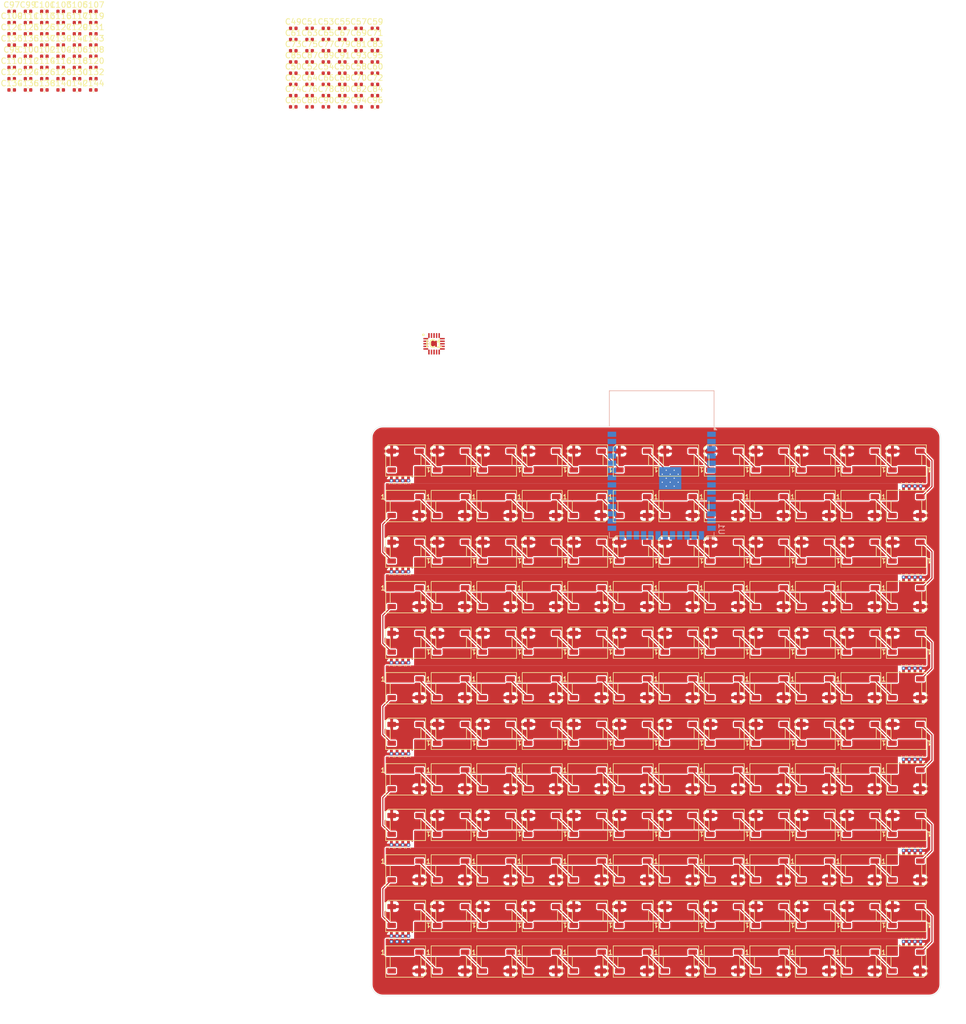
<source format=kicad_pcb>
(kicad_pcb (version 20241229) (generator "pcbnew") (generator_version "9.0")
  (layers (0 "F.Cu" signal) (4 "In1.Cu" signal) (6 "In2.Cu" signal) (2 "B.Cu" signal) (13 "F.Paste" user) (15 "B.Paste" user) (5 "F.SilkS" user "F.Silkscreen") (7 "B.SilkS" user "B.Silkscreen") (1 "F.Mask" user) (3 "B.Mask" user) (25 "Edge.Cuts" user))
  (net 0 "")
  (net 1 "GND")
  (net 2 "+5VP")
  (net 3 "/LEDs/D_IN")
  (net 4 "Net-(D1-DOUT)")
  (net 5 "Net-(D2-DOUT)")
  (net 6 "Net-(D3-DOUT)")
  (net 7 "Net-(D4-DOUT)")
  (net 8 "Net-(D5-DOUT)")
  (net 9 "Net-(D6-DOUT)")
  (net 10 "Net-(D7-DOUT)")
  (net 11 "Net-(D8-DOUT)")
  (net 12 "Net-(D10-DIN)")
  (net 13 "Net-(D10-DOUT)")
  (net 14 "Net-(D11-DOUT)")
  (net 15 "Net-(D12-DOUT)")
  (net 16 "Net-(D13-DOUT)")
  (net 17 "Net-(D14-DOUT)")
  (net 18 "Net-(D15-DOUT)")
  (net 19 "Net-(D16-DOUT)")
  (net 20 "Net-(D17-DOUT)")
  (net 21 "Net-(D18-DOUT)")
  (net 22 "Net-(D19-DOUT)")
  (net 23 "Net-(D20-DOUT)")
  (net 24 "Net-(D21-DOUT)")
  (net 25 "Net-(D22-DOUT)")
  (net 26 "Net-(D23-DOUT)")
  (net 27 "Net-(D24-DOUT)")
  (net 28 "Net-(D25-DOUT)")
  (net 29 "Net-(D26-DOUT)")
  (net 30 "Net-(D27-DOUT)")
  (net 31 "Net-(D28-DOUT)")
  (net 32 "Net-(D29-DOUT)")
  (net 33 "Net-(D30-DOUT)")
  (net 34 "Net-(D31-DOUT)")
  (net 35 "Net-(D32-DOUT)")
  (net 36 "Net-(D33-DOUT)")
  (net 37 "Net-(D34-DOUT)")
  (net 38 "Net-(D35-DOUT)")
  (net 39 "Net-(D36-DOUT)")
  (net 40 "Net-(D37-DOUT)")
  (net 41 "Net-(D38-DOUT)")
  (net 42 "Net-(D39-DOUT)")
  (net 43 "Net-(D40-DOUT)")
  (net 44 "Net-(D41-DOUT)")
  (net 45 "Net-(D42-DOUT)")
  (net 46 "Net-(D43-DOUT)")
  (net 47 "Net-(D44-DOUT)")
  (net 48 "Net-(D45-DOUT)")
  (net 49 "Net-(D46-DOUT)")
  (net 50 "Net-(D47-DOUT)")
  (net 51 "/LEDs/1-4/D_OUT")
  (net 52 "Net-(D49-DOUT)")
  (net 53 "Net-(D50-DOUT)")
  (net 54 "Net-(D51-DOUT)")
  (net 55 "Net-(D52-DOUT)")
  (net 56 "Net-(D53-DOUT)")
  (net 57 "Net-(D54-DOUT)")
  (net 58 "Net-(D55-DOUT)")
  (net 59 "Net-(D56-DOUT)")
  (net 60 "Net-(D57-DOUT)")
  (net 61 "Net-(D58-DOUT)")
  (net 62 "Net-(D59-DOUT)")
  (net 63 "Net-(D60-DOUT)")
  (net 64 "Net-(D61-DOUT)")
  (net 65 "Net-(D62-DOUT)")
  (net 66 "Net-(D63-DOUT)")
  (net 67 "Net-(D64-DOUT)")
  (net 68 "Net-(D65-DOUT)")
  (net 69 "Net-(D66-DOUT)")
  (net 70 "Net-(D67-DOUT)")
  (net 71 "Net-(D68-DOUT)")
  (net 72 "Net-(D69-DOUT)")
  (net 73 "Net-(D70-DOUT)")
  (net 74 "Net-(D71-DOUT)")
  (net 75 "Net-(D72-DOUT)")
  (net 76 "Net-(D73-DOUT)")
  (net 77 "Net-(D74-DOUT)")
  (net 78 "Net-(D75-DOUT)")
  (net 79 "Net-(D76-DOUT)")
  (net 80 "Net-(D77-DOUT)")
  (net 81 "Net-(D78-DOUT)")
  (net 82 "Net-(D79-DOUT)")
  (net 83 "Net-(D80-DOUT)")
  (net 84 "Net-(D81-DOUT)")
  (net 85 "Net-(D82-DOUT)")
  (net 86 "Net-(D83-DOUT)")
  (net 87 "Net-(D84-DOUT)")
  (net 88 "Net-(D85-DOUT)")
  (net 89 "Net-(D86-DOUT)")
  (net 90 "Net-(D87-DOUT)")
  (net 91 "Net-(D88-DOUT)")
  (net 92 "Net-(D89-DOUT)")
  (net 93 "Net-(D90-DOUT)")
  (net 94 "Net-(D91-DOUT)")
  (net 95 "Net-(D92-DOUT)")
  (net 96 "/LEDs/5-8/D_OUT")
  (net 97 "Net-(D141-DOUT)")
  (net 98 "Net-(D142-DOUT)")
  (net 99 "Net-(D100-DIN)")
  (net 100 "Net-(D100-DOUT)")
  (net 101 "Net-(D101-DOUT)")
  (net 102 "Net-(D102-DOUT)")
  (net 103 "Net-(D103-DOUT)")
  (net 104 "Net-(D104-DOUT)")
  (net 105 "Net-(D105-DOUT)")
  (net 106 "Net-(D106-DOUT)")
  (net 107 "Net-(D107-DOUT)")
  (net 108 "Net-(D108-DOUT)")
  (net 109 "Net-(D109-DOUT)")
  (net 110 "Net-(D110-DOUT)")
  (net 111 "Net-(D111-DOUT)")
  (net 112 "Net-(D112-DOUT)")
  (net 113 "Net-(D113-DOUT)")
  (net 114 "Net-(D114-DOUT)")
  (net 115 "Net-(D115-DOUT)")
  (net 116 "Net-(D116-DOUT)")
  (net 117 "Net-(D117-DOUT)")
  (net 118 "Net-(D118-DOUT)")
  (net 119 "Net-(D119-DOUT)")
  (net 120 "Net-(D120-DOUT)")
  (net 121 "Net-(D121-DOUT)")
  (net 122 "Net-(D122-DOUT)")
  (net 123 "Net-(D123-DOUT)")
  (net 124 "Net-(D124-DOUT)")
  (net 125 "Net-(D125-DOUT)")
  (net 126 "Net-(D126-DOUT)")
  (net 127 "Net-(D127-DOUT)")
  (net 128 "Net-(D128-DOUT)")
  (net 129 "Net-(D129-DOUT)")
  (net 130 "Net-(D130-DOUT)")
  (net 131 "Net-(D131-DOUT)")
  (net 132 "Net-(D132-DOUT)")
  (net 133 "Net-(D133-DOUT)")
  (net 134 "Net-(D134-DOUT)")
  (net 135 "Net-(D135-DOUT)")
  (net 136 "Net-(D136-DOUT)")
  (net 137 "Net-(D137-DOUT)")
  (net 138 "Net-(D138-DOUT)")
  (net 139 "Net-(D139-DOUT)")
  (net 140 "Net-(D140-DOUT)")
  (net 141 "/LEDs/D_OUT")
  (net 142 "Net-(D93-DOUT)")
  (net 143 "Net-(D94-DOUT)")
  (net 144 "Net-(D95-DOUT)")
  (net 145 "Net-(D97-DOUT)")
  (net 146 "Net-(D98-DOUT)")
  (net 147 "Net-(D143-DOUT)")
  (net 149 "/USB_DM")
  (net 154 "/USB_DP")
  (net 164 "+3V3")
  (net 186 "VCC")
  (footprint "LED_SMD:LED_WS2812B_PLCC4_5.0x5.0mm_P3.2mm" (layer "F.Cu") (at 168 119)
    (property "Reference" "D88" (hide yes))
    (property "Value" "WS2812B")
  )
  (footprint "LED_SMD:LED_WS2812B_PLCC4_5.0x5.0mm_P3.2mm" (layer "F.Cu") (at 144 127 180)
    (property "Reference" "D102" (hide yes))
    (property "Value" "WS2812B")
  )
  (footprint "LED_SMD:LED_WS2812B_PLCC4_5.0x5.0mm_P3.2mm" (layer "F.Cu") (at 176 63 180)
    (property "Reference" "D10" (hide yes))
    (property "Value" "WS2812B")
  )
  (footprint "Capacitor_SMD:C_0402_1005Metric" (layer "F.Cu") (at 90 -8.97)
    (property "Reference" "C77")
    (property "Value" "100n")
  )
  (footprint "LED_SMD:LED_WS2812B_PLCC4_5.0x5.0mm_P3.2mm" (layer "F.Cu") (at 112 95 180)
    (property "Reference" "D50" (hide yes))
    (property "Value" "WS2812B")
  )
  (footprint "Capacitor_SMD:C_0402_1005Metric" (layer "F.Cu") (at 194.5 146.98 90)
    (property "Reference" "C41" (hide yes))
    (property "Value" "100n")
  )
  (footprint "LED_SMD:LED_WS2812B_PLCC4_5.0x5.0mm_P3.2mm" (layer "F.Cu") (at 160 103)
    (property "Reference" "D65" (hide yes))
    (property "Value" "WS2812B")
  )
  (footprint "Capacitor_SMD:C_0402_1005Metric" (layer "F.Cu") (at 43.39 -2.09)
    (property "Reference" "C140")
    (property "Value" "100n")
  )
  (footprint "Capacitor_SMD:C_0402_1005Metric" (layer "F.Cu") (at 95.74 -10.94)
    (property "Reference" "C69")
    (property "Value" "100n")
  )
  (footprint "Capacitor_SMD:C_0402_1005Metric" (layer "F.Cu") (at 98.61 -8.97)
    (property "Reference" "C83")
    (property "Value" "100n")
  )
  (footprint "LED_SMD:LED_WS2812B_PLCC4_5.0x5.0mm_P3.2mm" (layer "F.Cu") (at 168 143 180)
    (property "Reference" "D129" (hide yes))
    (property "Value" "WS2812B")
  )
  (footprint "Capacitor_SMD:C_0402_1005Metric" (layer "F.Cu") (at 37.65 -11.94)
    (property "Reference" "C123")
    (property "Value" "100n")
  )
  (footprint "Capacitor_SMD:C_0402_1005Metric" (layer "F.Cu") (at 101.5 147.02 -90)
    (property "Reference" "C27" (hide yes))
    (property "Value" "100n")
  )
  (footprint "LED_SMD:LED_WS2812B_PLCC4_5.0x5.0mm_P3.2mm" (layer "F.Cu") (at 184 79 180)
    (property "Reference" "D35" (hide yes))
    (property "Value" "WS2812B")
  )
  (footprint "LED_SMD:LED_WS2812B_PLCC4_5.0x5.0mm_P3.2mm" (layer "F.Cu") (at 152 119)
    (property "Reference" "D90" (hide yes))
    (property "Value" "WS2812B")
  )
  (footprint "LED_SMD:LED_WS2812B_PLCC4_5.0x5.0mm_P3.2mm" (layer "F.Cu") (at 192 151)
    (property "Reference" "D133" (hide yes))
    (property "Value" "WS2812B")
  )
  (footprint "LED_SMD:LED_WS2812B_PLCC4_5.0x5.0mm_P3.2mm" (layer "F.Cu") (at 152 127 180)
    (property "Reference" "D103" (hide yes))
    (property "Value" "WS2812B")
  )
  (footprint "LED_SMD:LED_WS2812B_PLCC4_5.0x5.0mm_P3.2mm" (layer "F.Cu") (at 144 103)
    (property "Reference" "D67" (hide yes))
    (property "Value" "WS2812B")
  )
  (footprint "LED_SMD:LED_WS2812B_PLCC4_5.0x5.0mm_P3.2mm" (layer "F.Cu") (at 152 79 180)
    (property "Reference" "D31" (hide yes))
    (property "Value" "WS2812B")
  )
  (footprint "LED_SMD:LED_WS2812B_PLCC4_5.0x5.0mm_P3.2mm" (layer "F.Cu") (at 144 95 180)
    (property "Reference" "D54" (hide yes))
    (property "Value" "WS2812B")
  )
  (footprint "Capacitor_SMD:C_0402_1005Metric" (layer "F.Cu") (at 102.5 147.02 -90)
    (property "Reference" "C26" (hide yes))
    (property "Value" "100n")
  )
  (footprint "Capacitor_SMD:C_0402_1005Metric" (layer "F.Cu") (at 90 -10.94)
    (property "Reference" "C65")
    (property "Value" "100n")
  )
  (footprint "LED_SMD:LED_WS2812B_PLCC4_5.0x5.0mm_P3.2mm" (layer "F.Cu") (at 168 63 180)
    (property "Reference" "D9" (hide yes))
    (property "Value" "WS2812B")
  )
  (footprint "Capacitor_SMD:C_0402_1005Metric" (layer "F.Cu") (at 191.5 83 90)
    (property "Reference" "C23" (hide yes))
    (property "Value" "100n")
  )
  (footprint "LED_SMD:LED_WS2812B_PLCC4_5.0x5.0mm_P3.2mm" (layer "F.Cu") (at 192 111 180)
    (property "Reference" "D84" (hide yes))
    (property "Value" "WS2812B")
  )
  (footprint "LED_SMD:LED_WS2812B_PLCC4_5.0x5.0mm_P3.2mm" (layer "F.Cu") (at 128 63 180)
    (property "Reference" "D4" (hide yes))
    (property "Value" "WS2812B")
  )
  (footprint "Capacitor_SMD:C_0402_1005Metric" (layer "F.Cu") (at 40.52 -8)
    (property "Reference" "C102")
    (property "Value" "100n")
  )
  (footprint "Capacitor_SMD:C_0402_1005Metric" (layer "F.Cu") (at 90 -7)
    (property "Reference" "C89")
    (property "Value" "100n")
  )
  (footprint "Capacitor_SMD:C_0402_1005Metric" (layer "F.Cu") (at 194.5 131.02 90)
    (property "Reference" "C15" (hide yes))
    (property "Value" "100n")
  )
  (footprint "Capacitor_SMD:C_0402_1005Metric" (layer "F.Cu") (at 46.26 -15.88)
    (property "Reference" "C105")
    (property "Value" "100n")
  )
  (footprint "LED_SMD:LED_WS2812B_PLCC4_5.0x5.0mm_P3.2mm" (layer "F.Cu") (at 128 143 180)
    (property "Reference" "D124" (hide yes))
    (property "Value" "WS2812B")
  )
  (footprint "Capacitor_SMD:C_0402_1005Metric" (layer "F.Cu") (at 193.5 66.98 90)
    (property "Reference" "C16" (hide yes))
    (property "Value" "100n")
  )
  (footprint "LED_SMD:LED_WS2812B_PLCC4_5.0x5.0mm_P3.2mm" (layer "F.Cu") (at 136 79 180)
    (property "Reference" "D29" (hide yes))
    (property "Value" "WS2812B")
  )
  (footprint "LED_SMD:LED_WS2812B_PLCC4_5.0x5.0mm_P3.2mm" (layer "F.Cu") (at 120 143 180)
    (property "Reference" "D123" (hide yes))
    (property "Value" "WS2812B")
  )
  (footprint "LED_SMD:LED_WS2812B_PLCC4_5.0x5.0mm_P3.2mm" (layer "F.Cu") (at 192 127 180)
    (property "Reference" "D108" (hide yes))
    (property "Value" "WS2812B")
  )
  (footprint "Capacitor_SMD:C_0402_1005Metric" (layer "F.Cu") (at 84.26 -12.91)
    (property "Reference" "C49")
    (property "Value" "100n")
  )
  (footprint "Capacitor_SMD:C_0402_1005Metric" (layer "F.Cu") (at 194.5 98.98 90)
    (property "Reference" "C11" (hide yes))
    (property "Value" "100n")
  )
  (footprint "Capacitor_SMD:C_0402_1005Metric" (layer "F.Cu") (at 193.5 83 90)
    (property "Reference" "C31" (hide yes))
    (property "Value" "100n")
  )
  (footprint "Capacitor_SMD:C_0402_1005Metric" (layer "F.Cu") (at 103.5 83.02 -90)
    (property "Reference" "C39" (hide yes))
    (property "Value" "100n")
  )
  (footprint "Capacitor_SMD:C_0402_1005Metric" (layer "F.Cu") (at 34.78 -2.09)
    (property "Reference" "C134")
    (property "Value" "100n")
  )
  (footprint "LED_SMD:LED_WS2812B_PLCC4_5.0x5.0mm_P3.2mm" (layer "F.Cu") (at 152 143 180)
    (property "Reference" "D127" (hide yes))
    (property "Value" "WS2812B")
  )
  (footprint "LED_SMD:LED_WS2812B_PLCC4_5.0x5.0mm_P3.2mm" (layer "F.Cu") (at 120 87)
    (property "Reference" "D46" (hide yes))
    (property "Value" "WS2812B")
  )
  (footprint "Capacitor_SMD:C_0402_1005Metric" (layer "F.Cu") (at 98.61 -3.06)
    (property "Reference" "C72")
    (property "Value" "100n")
  )
  (footprint "Capacitor_SMD:C_0402_1005Metric" (layer "F.Cu") (at 34.78 -13.91)
    (property "Reference" "C109")
    (property "Value" "100n")
  )
  (footprint "LED_SMD:LED_WS2812B_PLCC4_5.0x5.0mm_P3.2mm" (layer "F.Cu") (at 152 87)
    (property "Reference" "D42" (hide yes))
    (property "Value" "WS2812B")
  )
  (footprint "LED_SMD:LED_WS2812B_PLCC4_5.0x5.0mm_P3.2mm" (layer "F.Cu") (at 128 103)
    (property "Reference" "D69" (hide yes))
    (property "Value" "WS2812B")
  )
  (footprint "Capacitor_SMD:C_0402_1005Metric" (layer "F.Cu") (at 192.5 114.98 90)
    (property "Reference" "C5" (hide yes))
    (property "Value" "100n")
  )
  (footprint "Capacitor_SMD:C_0402_1005Metric" (layer "F.Cu") (at 98.61 -7)
    (property "Reference" "C95")
    (property "Value" "100n")
  )
  (footprint "LED_SMD:LED_WS2812B_PLCC4_5.0x5.0mm_P3.2mm" (layer "F.Cu") (at 176 87)
    (property "Reference" "D39" (hide yes))
    (property "Value" "WS2812B")
  )
  (footprint "Capacitor_SMD:C_0402_1005Metric" (layer "F.Cu") (at 43.39 -13.91)
    (property "Reference" "C115")
    (property "Value" "100n")
  )
  (footprint "LED_SMD:LED_WS2812B_PLCC4_5.0x5.0mm_P3.2mm" (layer "F.Cu") (at 160 127 180)
    (property "Reference" "D104" (hide yes))
    (property "Value" "WS2812B")
  )
  (footprint "Capacitor_SMD:C_0402_1005Metric" (layer "F.Cu") (at 84.26 -8.97)
    (property "Reference" "C73")
    (property "Value" "100n")
  )
  (footprint "Capacitor_SMD:C_0402_1005Metric" (layer "F.Cu") (at 40.52 -9.97)
    (property "Reference" "C137")
    (property "Value" "100n")
  )
  (footprint "Capacitor_SMD:C_0402_1005Metric" (layer "F.Cu") (at 43.39 -9.97)
    (property "Reference" "C139")
    (property "Value" "100n")
  )
  (footprint "Capacitor_SMD:C_0402_1005Metric" (layer "F.Cu") (at 191.5 131.02 90)
    (property "Reference" "C9" (hide yes))
    (property "Value" "100n")
  )
  (footprint "Capacitor_SMD:C_0402_1005Metric" (layer "F.Cu") (at 101.5 99.02 -90)
    (property "Reference" "C44" (hide yes))
    (property "Value" "100n")
  )
  (footprint "LED_SMD:LED_WS2812B_PLCC4_5.0x5.0mm_P3.2mm" (layer "F.Cu") (at 176 127 180)
    (property "Reference" "D106" (hide yes))
    (property "Value" "WS2812B")
  )
  (footprint "LED_SMD:LED_WS2812B_PLCC4_5.0x5.0mm_P3.2mm" (layer "F.Cu") (at 104 79 180)
    (property "Reference" "D25" (hide yes))
    (property "Value" "WS2812B")
  )
  (footprint "Capacitor_SMD:C_0402_1005Metric" (layer "F.Cu") (at 37.65 -8)
    (property "Reference" "C100")
    (property "Value" "100n")
  )
  (footprint "LED_SMD:LED_WS2812B_PLCC4_5.0x5.0mm_P3.2mm" (layer "F.Cu") (at 160 63 180)
    (property "Reference" "D8" (hide yes))
    (property "Value" "WS2812B")
  )
  (footprint "LED_SMD:LED_WS2812B_PLCC4_5.0x5.0mm_P3.2mm" (layer "F.Cu") (at 136 95 180)
    (property "Reference" "D53" (hide yes))
    (property "Value" "WS2812B")
  )
  (footprint "LED_SMD:LED_WS2812B_PLCC4_5.0x5.0mm_P3.2mm" (layer "F.Cu") (at 184 95 180)
    (property "Reference" "D59" (hide yes))
    (property "Value" "WS2812B")
  )
  (footprint "LED_SMD:LED_WS2812B_PLCC4_5.0x5.0mm_P3.2mm" (layer "F.Cu") (at 128 111 180)
    (property "Reference" "D76" (hide yes))
    (property "Value" "WS2812B")
  )
  (footprint "LED_SMD:LED_WS2812B_PLCC4_5.0x5.0mm_P3.2mm" (layer "F.Cu") (at 136 143 180)
    (property "Reference" "D125" (hide yes))
    (property "Value" "WS2812B")
  )
  (footprint "LED_SMD:LED_WS2812B_PLCC4_5.0x5.0mm_P3.2mm" (layer "F.Cu") (at 160 135)
    (property "Reference" "D113" (hide yes))
    (property "Value" "WS2812B")
  )
  (footprint "LED_SMD:LED_WS2812B_PLCC4_5.0x5.0mm_P3.2mm" (layer "F.Cu") (at 112 127 180)
    (property "Reference" "D98" (hide yes))
    (property "Value" "WS2812B")
  )
  (footprint "LED_SMD:LED_WS2812B_PLCC4_5.0x5.0mm_P3.2mm" (layer "F.Cu") (at 120 127 180)
    (property "Reference" "D99" (hide yes))
    (property "Value" "WS2812B")
  )
  (footprint "Capacitor_SMD:C_0402_1005Metric" (layer "F.Cu") (at 87.13 -10.94)
    (property "Reference" "C63")
    (property "Value" "100n")
  )
  (footprint "LED_SMD:LED_WS2812B_PLCC4_5.0x5.0mm_P3.2mm" (layer "F.Cu") (at 184 87)
    (property "Reference" "D38" (hide yes))
    (property "Value" "WS2812B")
  )
  (footprint "Capacitor_SMD:C_0402_1005Metric" (layer "F.Cu") (at 104.5 147.02 -90)
    (property "Reference" "C19" (hide yes))
    (property "Value" "100n")
  )
  (footprint "Capacitor_SMD:C_0402_1005Metric" (layer "F.Cu") (at 46.26 -13.91)
    (property "Reference" "C117")
    (property "Value" "100n")
  )
  (footprint "Capacitor_SMD:C_0402_1005Metric" (layer "F.Cu") (at 92.87 -1.09)
    (property "Reference" "C80")
    (property "Value" "100n")
  )
  (footprint "LED_SMD:LED_WS2812B_PLCC4_5.0x5.0mm_P3.2mm" (layer "F.Cu") (at 160 111 180)
    (property "Reference" "D80" (hide yes))
    (property "Value" "WS2812B")
  )
  (footprint "Capacitor_SMD:C_0402_1005Metric" (layer "F.Cu") (at 34.78 -6.03)
    (property "Reference" "C110")
    (property "Value" "100n")
  )
  (footprint "LED_SMD:LED_WS2812B_PLCC4_5.0x5.0mm_P3.2mm" (layer "F.Cu") (at 152 135)
    (property "Reference" "D114" (hide yes))
    (property "Value" "WS2812B")
  )
  (footprint "LED_SMD:LED_WS2812B_PLCC4_5.0x5.0mm_P3.2mm" (layer "F.Cu") (at 160 119)
    (property "Reference" "D89" (hide yes))
    (property "Value" "WS2812B")
  )
  (footprint "LED_SMD:LED_WS2812B_PLCC4_5.0x5.0mm_P3.2mm" (layer "F.Cu") (at 120 119)
    (property "Reference" "D94" (hide yes))
    (property "Value" "WS2812B")
  )
  (footprint "LED_SMD:LED_WS2812B_PLCC4_5.0x5.0mm_P3.2mm" (layer "F.Cu") (at 152 151)
    (property "Reference" "D138" (hide yes))
    (property "Value" "WS2812B")
  )
  (footprint "LED_SMD:LED_WS2812B_PLCC4_5.0x5.0mm_P3.2mm" (layer "F.Cu") (at 120 111 180)
    (property "Reference" "D75" (hide yes))
    (property "Value" "WS2812B")
  )
  (footprint "LED_SMD:LED_WS2812B_PLCC4_5.0x5.0mm_P3.2mm" (layer "F.Cu") (at 160 79 180)
    (property "Reference" "D32" (hide yes))
    (property "Value" "WS2812B")
  )
  (footprint "LED_SMD:LED_WS2812B_PLCC4_5.0x5.0mm_P3.2mm" (layer "F.Cu") (at 128 135)
    (property "Reference" "D117" (hide yes))
    (property "Value" "WS2812B")
  )
  (footprint "Capacitor_SMD:C_0402_1005Metric" (layer "F.Cu") (at 192.5 131.02 90)
    (property "Reference" "C6" (hide yes))
    (property "Value" "100n")
  )
  (footprint "Capacitor_SMD:C_0402_1005Metric" (layer "F.Cu") (at 95.74 -1.09)
    (property "Reference" "C82")
    (property "Value" "100n")
  )
  (footprint "LED_SMD:LED_WS2812B_PLCC4_5.0x5.0mm_P3.2mm" (layer "F.Cu") (at 104 87)
    (property "Reference" "D48" (hide yes))
    (property "Value" "WS2812B")
  )
  (footprint "Capacitor_SMD:C_0402_1005Metric" (layer "F.Cu") (at 193.5 131.02 90)
    (property "Reference" "C14" (hide yes))
    (property "Value" "100n")
  )
  (footprint "Capacitor_SMD:C_0402_1005Metric" (layer "F.Cu") (at 192.5 98.98 90)
    (property "Reference" "C10" (hide yes))
    (property "Value" "100n")
  )
  (footprint "Capacitor_SMD:C_0402_1005Metric" (layer "F.Cu") (at 98.61 -12.91)
    (property "Reference" "C59")
    (property "Value" "100n")
  )
  (footprint "Capacitor_SMD:C_0402_1005Metric" (layer "F.Cu") (at 43.39 -15.88)
    (property "Reference" "C103")
    (property "Value" "100n")
  )
  (footprint "LED_SMD:LED_WS2812B_PLCC4_5.0x5.0mm_P3.2mm" (layer "F.Cu") (at 168 103)
    (property "Reference" "D64" (hide yes))
    (property "Value" "WS2812B")
  )
  (footprint "LED_SMD:LED_WS2812B_PLCC4_5.0x5.0mm_P3.2mm" (layer "F.Cu") (at 136 135)
    (property "Reference" "D116" (hide yes))
    (property "Value" "WS2812B")
  )
  (footprint "Capacitor_SMD:C_0402_1005Metric" (layer "F.Cu") (at 101.5 83.02 -90)
    (property "Reference" "C46" (hide yes))
    (property "Value" "100n")
  )
  (footprint "Capacitor_SMD:C_0402_1005Metric" (layer "F.Cu") (at 87.13 -12.91)
    (property "Reference" "C51")
    (property "Value" "100n")
  )
  (footprint "LED_SMD:LED_WS2812B_PLCC4_5.0x5.0mm_P3.2mm" (layer "F.Cu") (at 168 135)
    (property "Reference" "D112" (hide yes))
    (property "Value" "WS2812B")
  )
  (footprint "Capacitor_SMD:C_0402_1005Metric" (layer "F.Cu") (at 43.39 -4.06)
    (property "Reference" "C128")
    (property "Value" "100n")
  )
  (footprint "Capacitor_SMD:C_0402_1005Metric" (layer "F.Cu") (at 98.61 0.88)
    (property "Reference" "C96")
    (property "Value" "100n")
  )
  (footprint "Capacitor_SMD:C_0402_1005Metric" (layer "F.Cu") (at 37.65 -6.03)
    (property "Reference" "C112")
    (property "Value" "100n")
  )
  (footprint "LED_SMD:LED_WS2812B_PLCC4_5.0x5.0mm_P3.2mm" (layer "F.Cu") (at 112 135)
    (property "Reference" "D119" (hide yes))
    (property "Value" "WS2812B")
  )
  (footprint "LED_SMD:LED_WS2812B_PLCC4_5.0x5.0mm_P3.2mm" (layer "F.Cu") (at 176 111 180)
    (property "Reference" "D82" (hide yes))
    (property "Value" "WS2812B")
  )
  (footprint "Capacitor_SMD:C_0402_1005Metric" (layer "F.Cu") (at 92.87 0.88)
    (property "Reference" "C92")
    (property "Value" "100n")
  )
  (footprint "LED_SMD:LED_WS2812B_PLCC4_5.0x5.0mm_P3.2mm" (layer "F.Cu") (at 192 87)
    (property "Reference" "D37" (hide yes))
    (property "Value" "WS2812B")
  )
  (footprint "Capacitor_SMD:C_0402_1005Metric" (layer "F.Cu") (at 87.13 0.88)
    (property "Reference" "C88")
    (property "Value" "100n")
  )
  (footprint "Capacitor_SMD:C_0402_1005Metric" (layer "F.Cu") (at 104.5 115.02 -90)
    (property "Reference" "C34" (hide yes))
    (property "Value" "100n")
  )
  (footprint "Capacitor_SMD:C_0402_1005Metric" (layer "F.Cu") (at 87.13 -3.06)
    (property "Reference" "C64")
    (property "Value" "100n")
  )
  (footprint "Capacitor_SMD:C_0402_1005Metric" (layer "F.Cu") (at 43.39 -8)
    (property "Reference" "C104")
    (property "Value" "100n")
  )
  (footprint "LED_SMD:LED_WS2812B_PLCC4_5.0x5.0mm_P3.2mm" (layer "F.Cu") (at 128 119)
    (property "Reference" "D93" (hide yes))
    (property "Value" "WS2812B")
  )
  (footprint "Capacitor_SMD:C_0402_1005Metric" (layer "F.Cu") (at 102.5 99.02 -90)
    (property "Reference" "C45" (hide yes))
    (property "Value" "100n")
  )
  (footprint "Capacitor_SMD:C_0402_1005Metric" (layer "F.Cu") (at 46.26 -2.09)
    (property "Reference" "C142")
    (property "Value" "100n")
  )
  (footprint "Capacitor_SMD:C_0402_1005Metric" (layer "F.Cu") (at 98.61 -1.09)
    (property "Reference" "C84")
    (property "Value" "100n")
  )
  (footprint "Capacitor_SMD:C_0402_1005Metric" (layer "F.Cu") (at 101.5 67.02 -90)
    (property "Reference" "C24" (hide yes))
    (property "Value" "100n")
  )
  (footprint "Capacitor_SMD:C_0402_1005Metric" (layer "F.Cu") (at 49.13 -15.88)
    (property "Reference" "C107")
    (property "Value" "100n")
  )
  (footprint "LED_SMD:LED_WS2812B_PLCC4_5.0x5.0mm_P3.2mm" (layer "F.Cu") (at 120 103)
    (property "Reference" "D70" (hide yes))
    (property "Value" "WS2812B")
  )
  (footprint "Capacitor_SMD:C_0402_1005Metric" (layer "F.Cu") (at 104.5 83.02 -90)
    (property "Reference" "C38" (hide yes))
    (property "Value" "100n")
  )
  (footprint "LED_SMD:LED_WS2812B_PLCC4_5.0x5.0mm_P3.2mm" (layer "F.Cu") (at 104 95 180)
    (property "Reference" "D49" (hide yes))
    (property "Value" "WS2812B")
  )
  (footprint "Capacitor_SMD:C_0402_1005Metric" (layer "F.Cu") (at 102.5 131.02 -90)
    (property "Reference" "C20" (hide yes))
    (property "Value" "100n")
  )
  (footprint "Capacitor_SMD:C_0402_1005Metric" (layer "F.Cu") (at 40.52 -6.03)
    (property "Reference" "C114")
    (property "Value" "100n")
  )
  (footprint "LED_SMD:LED_WS2812B_PLCC4_5.0x5.0mm_P3.2mm" (layer "F.Cu") (at 160 95 180)
    (property "Reference" "D56" (hide yes))
    (property "Value" "WS2812B")
  )
  (footprint "LED_SMD:LED_WS2812B_PLCC4_5.0x5.0mm_P3.2mm" (layer "F.Cu") (at 104 111 180)
    (property "Reference" "D73" (hide yes))
    (property "Value" "WS2812B")
  )
  (footprint "Capacitor_SMD:C_0402_1005Metric" (layer "F.Cu") (at 191.5 146.98 90)
    (property "Reference" "C17" (hide yes))
    (property "Value" "100n")
  )
  (footprint "Capacitor_SMD:C_0402_1005Metric" (layer "F.Cu") (at 92.87 -12.91)
    (property "Reference" "C55")
    (property "Value" "100n")
  )
  (footprint "LED_SMD:LED_WS2812B_PLCC4_5.0x5.0mm_P3.2mm" (layer "F.Cu") (at 176 95 180)
    (property "Reference" "D58" (hide yes))
    (property "Value" "WS2812B")
  )
  (footprint "LED_SMD:LED_WS2812B_PLCC4_5.0x5.0mm_P3.2mm" (layer "F.Cu") (at 192 103)
    (property "Reference" "D61" (hide yes))
    (property "Value" "WS2812B")
  )
  (footprint "Capacitor_SMD:C_0402_1005Metric" (layer "F.Cu") (at 84.26 0.88)
    (property "Reference" "C86")
    (property "Value" "100n")
  )
  (footprint "Capacitor_SMD:C_0402_1005Metric" (layer "F.Cu") (at 84.26 -5.03)
    (property "Reference" "C50")
    (property "Value" "100n")
  )
  (footprint "LED_SMD:LED_WS2812B_PLCC4_5.0x5.0mm_P3.2mm" (layer "F.Cu") (at 120 63 180)
    (property "Reference" "D3" (hide yes))
    (property "Value" "WS2812B")
  )
  (footprint "LED_SMD:LED_WS2812B_PLCC4_5.0x5.0mm_P3.2mm" (layer "F.Cu") (at 184 63 180)
    (property "Reference" "D11" (hide yes))
    (property "Value" "WS2812B")
  )
  (footprint "LED_SMD:LED_WS2812B_PLCC4_5.0x5.0mm_P3.2mm" (layer "F.Cu") (at 144 63 180)
    (property "Reference" "D6" (hide yes))
    (property "Value" "WS2812B")
  )
  (footprint "LED_SMD:LED_WS2812B_PLCC4_5.0x5.0mm_P3.2mm" (layer "F.Cu") (at 176 119)
    (property "Reference" "D87" (hide yes))
    (property "Value" "WS2812B")
  )
  (footprint "Capacitor_SMD:C_0402_1005Metric" (layer "F.Cu") (at 40.52 -11.94)
    (property "Reference" "C125")
    (property "Value" "100n")
  )
  (footprint "LED_SMD:LED_WS2812B_PLCC4_5.0x5.0mm_P3.2mm" (layer "F.Cu") (at 160 143 180)
    (property "Reference" "D128" (hide yes))
    (property "Value" "WS2812B")
  )
  (footprint "LED_SMD:LED_WS2812B_PLCC4_5.0x5.0mm_P3.2mm" (layer "F.Cu") (at 176 79 180)
    (property "Reference" "D34" (hide yes))
    (property "Value" "WS2812B")
  )
  (footprint "LED_SMD:LED_WS2812B_PLCC4_5.0x5.0mm_P3.2mm" (layer "F.Cu") (at 112 119)
    (property "Reference" "D95" (hide yes))
    (property "Value" "WS2812B")
  )
  (footprint "LED_SMD:LED_WS2812B_PLCC4_5.0x5.0mm_P3.2mm" (layer "F.Cu") (at 176 71)
    (property "Reference" "D15" (hide yes))
    (property "Value" "WS2812B")
  )
  (footprint "LED_SMD:LED_WS2812B_PLCC4_5.0x5.0mm_P3.2mm" (layer "F.Cu") (at 120 151)
    (property "Reference" "D142" (hide yes))
    (property "Value" "WS2812B")
  )
  (footprint "Capacitor_SMD:C_0402_1005Metric" (layer "F.Cu") (at 84.26 -1.09)
    (property "Reference" "C74")
    (property "Value" "100n")
  )
  (footprint "Capacitor_SMD:C_0402_1005Metric" (layer "F.Cu") (at 37.65 -15.88)
    (property "Reference" "C99")
    (property "Value" "100n")
  )
  (footprint "LED_SMD:LED_WS2812B_PLCC4_5.0x5.0mm_P3.2mm" (layer "F.Cu") (at 184 151)
    (property "Reference" "D134" (hide yes))
    (property "Value" "WS2812B")
  )
  (footprint "Capacitor_SMD:C_0402_1005Metric" (layer "F.Cu") (at 49.13 -11.94)
    (property "Reference" "C131")
    (property "Value" "100n")
  )
  (footprint "LED_SMD:LED_WS2812B_PLCC4_5.0x5.0mm_P3.2mm" (layer "F.Cu") (at 184 103)
    (property "Reference" "D62" (hide yes))
    (property "Value" "WS2812B")
  )
  (footprint "LED_SMD:LED_WS2812B_PLCC4_5.0x5.0mm_P3.2mm" (layer "F.Cu") (at 104 127 180)
    (property "Reference" "D97" (hide yes))
    (property "Value" "WS2812B")
  )
  (footprint "Capacitor_SMD:C_0402_1005Metric" (layer "F.Cu") (at 191.5 98.98 90)
    (property "Reference" "C2" (hide yes))
    (property "Value" "100n")
  )
  (footprint "LED_SMD:LED_WS2812B_PLCC4_5.0x5.0mm_P3.2mm" (layer "F.Cu") (at 104 103)
    (property "Reference" "D72" (hide yes))
    (property "Value" "WS2812B")
  )
  (footprint "Capacitor_SMD:C_0402_1005Metric" (layer "F.Cu") (at 46.26 -11.94)
    (property "Reference" "C129")
    (property "Value" "100n")
  )
  (footprint "Capacitor_SMD:C_0402_1005Metric" (layer "F.Cu") (at 103.5 147.02 -90)
    (property "Reference" "C18" (hide yes))
    (property "Value" "100n")
  )
  (footprint "Capacitor_SMD:C_0402_1005Metric" (layer "F.Cu") (at 92.87 -8.97)
    (property "Reference" "C79")
    (property "Value" "100n")
  )
  (footprint "LED_SMD:LED_WS2812B_PLCC4_5.0x5.0mm_P3.2mm" (layer "F.Cu") (at 152 111 180)
    (property "Reference" "D79" (hide yes))
    (property "Value" "WS2812B")
  )
  (footprint "Capacitor_SMD:C_0402_1005Metric" (layer "F.Cu") (at 37.65 -2.09)
    (property "Reference" "C136")
    (property "Value" "100n")
  )
  (footprint "LED_SMD:LED_WS2812B_PLCC4_5.0x5.0mm_P3.2mm" (layer "F.Cu") (at 120 79 180)
    (property "Reference" "D27" (hide yes))
    (property "Value" "WS2812B")
  )
  (footprint "Capacitor_SMD:C_0402_1005Metric" (layer "F.Cu") (at 193.5 146.98 90)
    (property "Reference" "C33" (hide yes))
    (property "Value" "100n")
  )
  (footprint "LED_SMD:LED_WS2812B_PLCC4_5.0x5.0mm_P3.2mm" (layer "F.Cu") (at 176 151)
    (property "Reference" "D135" (hide yes))
    (property "Value" "WS2812B")
  )
  (footprint "Capacitor_SMD:C_0402_1005Metric" (layer "F.Cu") (at 95.74 -5.03)
    (property "Reference" "C58")
    (property "Value" "100n")
  )
  (footprint "Capacitor_SMD:C_0402_1005Metric" (layer "F.Cu") (at 194.5 66.98 90)
    (property "Reference" "C48" (hide yes))
    (property "Value" "100n")
  )
  (footprint "LED_SMD:LED_WS2812B_PLCC4_5.0x5.0mm_P3.2mm" (layer "F.Cu") (at 176 103)
    (property "Reference" "D63" (hide yes))
    (property "Value" "WS2812B")
  )
  (footprint "LED_SMD:LED_WS2812B_PLCC4_5.0x5.0mm_P3.2mm" (layer "F.Cu") (at 176 135)
    (property "Reference" "D111" (hide yes))
    (property "Value" "WS2812B")
  )
  (footprint "Capacitor_SMD:C_0402_1005Metric" (layer "F.Cu") (at 40.52 -4.06)
    (property "Reference" "C126")
    (property "Value" "100n")
  )
  (footprint "Capacitor_SMD:C_0402_1005Metric" (layer "F.Cu") (at 37.65 -4.06)
    (property "Reference" "C124")
    (property "Value" "100n")
  )
  (footprint "LED_SMD:LED_WS2812B_PLCC4_5.0x5.0mm_P3.2mm" (layer "F.Cu") (at 136 111 180)
    (property "Reference" "D77" (hide yes))
    (property "Value" "WS2812B")
  )
  (footprint "LED_SMD:LED_WS2812B_PLCC4_5.0x5.0mm_P3.2mm" (layer "F.Cu") (at 160 71)
    (property "Reference" "D17" (hide yes))
    (property "Value" "WS2812B")
  )
  (footprint "LED_SMD:LED_WS2812B_PLCC4_5.0x5.0mm_P3.2mm" (layer "F.Cu") (at 184 135)
    (property "Reference" "D110" (hide yes))
    (property "Value" "WS2812B")
  )
  (footprint "LED_SMD:LED_WS2812B_PLCC4_5.0x5.0mm_P3.2mm" (layer "F.Cu") (at 192 143 180)
    (property "Reference" "D132" (hide yes))
    (property "Value" "WS2812B")
  )
  (footprint "Capacitor_SMD:C_0402_1005Metric" (layer "F.Cu") (at 103.5 99.02 -90)
    (property "Reference" "C37" (hide yes))
    (property "Value" "100n")
  )
  (footprint "Capacitor_SMD:C_0402_1005Metric" (layer "F.Cu") (at 49.13 -8)
    (property "Reference" "C108")
    (property "Value" "100n")
  )
  (footprint "Capacitor_SMD:C_0402_1005Metric" (layer "F.Cu") (at 34.78 -4.06)
    (property "Reference" "C122")
    (property "Value" "100n")
  )
  (footprint "Capacitor_SMD:C_0402_1005Metric" (layer "F.Cu") (at 49.13 -6.03)
    (property "Reference" "C120")
    (property "Value" "100n")
  )
  (footprint "LED_SMD:LED_WS2812B_PLCC4_5.0x5.0mm_P3.2mm" (layer "F.Cu") (at 176 143 180)
    (property "Reference" "D130" (hide yes))
    (property "Value" "WS2812B")
  )
  (footprint "Capacitor_SMD:C_0402_1005Metric" (layer "F.Cu") (at 104.5 99.02 -90)
    (property "Reference" "C36" (hide yes))
    (property "Value" "100n")
  )
  (footprint "LED_SMD:LED_WS2812B_PLCC4_5.0x5.0mm_P3.2mm" (layer "F.Cu") (at 168 127 180)
    (property "Reference" "D105" (hide yes))
    (property "Value" "WS2812B")
  )
  (footprint "LED_SMD:LED_WS2812B_PLCC4_5.0x5.0mm_P3.2mm" (layer "F.Cu") (at 112 63 180)
    (property "Reference" "D2" (hide yes))
    (property "Value" "WS2812B")
  )
  (footprint "LED_SMD:LED_WS2812B_PLCC4_5.0x5.0mm_P3.2mm" (layer "F.Cu") (at 168 79 180)
    (property "Reference" "D33" (hide yes))
    (property "Value" "WS2812B")
  )
  (footprint "Capacitor_SMD:C_0402_1005Metric" (layer "F.Cu") (at 40.52 -2.09)
    (property "Reference" "C138")
    (property "Value" "100n")
  )
  (footprint "LED_SMD:LED_WS2812B_PLCC4_5.0x5.0mm_P3.2mm" (layer "F.Cu") (at 104 63 180)
    (property "Reference" "D1" (hide yes))
    (property "Value" "WS2812B")
  )
  (footprint "Capacitor_SMD:C_0402_1005Metric" (layer "F.Cu") (at 191.5 114.98 90)
    (property "Reference" "C4" (hide yes))
    (property "Value" "100n")
  )
  (footprint "Capacitor_SMD:C_0402_1005Metric" (layer "F.Cu") (at 90 -5.03)
    (property "Reference" "C54")
    (property "Value" "100n")
  )
  (footprint "Capacitor_SMD:C_0402_1005Metric" (layer "F.Cu") (at 34.78 -9.97)
    (property "Reference" "C133")
    (property "Value" "100n")
  )
  (footprint "LED_SMD:LED_WS2812B_PLCC4_5.0x5.0mm_P3.2mm" (layer "F.Cu") (at 112 79 180)
    (property "Reference" "D26" (hide yes))
    (property "Value" "WS2812B")
  )
  (footprint "LED_SMD:LED_WS2812B_PLCC4_5.0x5.0mm_P3.2mm" (layer "F.Cu") (at 104 143 180)
    (property "Reference" "D121" (hide yes))
    (property "Value" "WS2812B")
  )
  (footprint "Capacitor_SMD:C_0402_1005Metric" (layer "F.Cu") (at 49.13 -13.91)
    (property "Reference" "C119")
    (property "Value" "100n")
  )
  (footprint "LED_SMD:LED_WS2812B_PLCC4_5.0x5.0mm_P3.2mm" (layer "F.Cu") (at 144 87)
    (property "Reference" "D43" (hide yes))
    (property "Value" "WS2812B")
  )
  (footprint "LED_SMD:LED_WS2812B_PLCC4_5.0x5.0mm_P3.2mm" (layer "F.Cu") (at 112 103)
    (property "Reference" "D71" (hide yes))
    (property "Value" "WS2812B")
  )
  (footprint "LED_SMD:LED_WS2812B_PLCC4_5.0x5.0mm_P3.2mm" (layer "F.Cu") (at 120 71)
    (property "Reference" "D22" (hide yes))
    (property "Value" "WS2812B")
  )
  (footprint "LED_SMD:LED_WS2812B_PLCC4_5.0x5.0mm_P3.2mm" (layer "F.Cu") (at 192 79 180)
    (property "Reference" "D36" (hide yes))
    (property "Value" "WS2812B")
  )
  (footprint "LED_SMD:LED_WS2812B_PLCC4_5.0x5.0mm_P3.2mm" (layer "F.Cu") (at 104 71)
    (property "Reference" "D24" (hide yes))
    (property "Value" "WS2812B")
  )
  (footprint "LED_SMD:LED_WS2812B_PLCC4_5.0x5.0mm_P3.2mm" (layer "F.Cu") (at 136 119)
    (property "Reference" "D92" (hide yes))
    (property "Value" "WS2812B")
  )
  (footprint "LED_SMD:LED_WS2812B_PLCC4_5.0x5.0mm_P3.2mm" (layer "F.Cu") (at 192 119)
    (property "Reference" "D85" (hide yes))
    (property "Value" "WS2812B")
  )
  (footprint "LED_SMD:LED_WS2812B_PLCC4_5.0x5.0mm_P3.2mm" (layer "F.Cu") (at 168 71)
    (property "Reference" "D16" (hide yes))
    (property "Value" "WS2812B")
  )
  (footprint "Capacitor_SMD:C_0402_1005Metric" (layer "F.Cu") (at 102.5 115.02 -90)
    (property "Reference" "C43" (hide yes))
    (property "Value" "100n")
  )
  (footprint "Capacitor_SMD:C_0402_1005Metric" (layer "F.Cu") (at 90 -3.06)
    (property "Reference" "C66")
    (property "Value" "100n")
  )
  (footprint "Capacitor_SMD:C_0402_1005Metric" (layer "F.Cu") (at 90 -1.09)
    (property "Reference" "C78")
    (property "Value" "100n")
  )
  (footprint "Capacitor_SMD:C_0402_1005Metric" (layer "F.Cu") (at 46.26 -6.03)
    (property "Reference" "C118")
    (property "Value" "100n")
  )
  (footprint "Capacitor_SMD:C_0402_1005Metric" (layer "F.Cu") (at 46.26 -9.97)
    (property "Reference" "C141")
    (property "Value" "100n")
  )
  (footprint "LED_SMD:LED_WS2812B_PLCC4_5.0x5.0mm_P3.2mm" (layer "F.Cu") (at 112 151)
    (property "Reference" "D143" (hide yes))
    (property "Value" "WS2812B")
  )
  (footprint "LED_SMD:LED_WS2812B_PLCC4_5.0x5.0mm_P3.2mm" (layer "F.Cu") (at 184 71)
    (property "Reference" "D14" (hide yes))
    (property "Value" "WS2812B")
  )
  (footprint "Capacitor_SMD:C_0402_1005Metric" (layer "F.Cu") (at 104.5 131.02 -90)
    (property "Reference" "C21" (hide yes))
    (property "Value" "100n")
  )
  (footprint "LED_SMD:LED_WS2812B_PLCC4_5.0x5.0mm_P3.2mm" (layer "F.Cu") (at 144 143 180)
    (property "Reference" "D126" (hide yes))
    (property "Value" "WS2812B")
  )
  (footprint "Capacitor_SMD:C_0402_1005Metric" (layer "F.Cu") (at 34.78 -8)
    (property "Reference" "C98")
    (property "Value" "100n")
  )
  (footprint "LED_SMD:LED_WS2812B_PLCC4_5.0x5.0mm_P3.2mm" (layer "F.Cu") (at 128 95 180)
    (property "Reference" "D52" (hide yes))
    (property "Value" "WS2812B")
  )
  (footprint "Capacitor_SMD:C_0402_1005Metric" (layer "F.Cu") (at 87.13 -1.09)
    (property "Reference" "C76")
    (property "Value" "100n")
  )
  (footprint "LED_SMD:LED_WS2812B_PLCC4_5.0x5.0mm_P3.2mm" (layer "F.Cu") (at 112 71)
    (property "Reference" "D23" (hide yes))
    (property "Value" "WS2812B")
  )
  (footprint "LED_SMD:LED_WS2812B_PLCC4_5.0x5.0mm_P3.2mm" (layer "F.Cu") (at 160 151)
    (property "Reference" "D137" (hide yes))
    (property "Value" "WS2812B")
  )
  (footprint "Capacitor_SMD:C_0402_1005Metric" (layer "F.Cu") (at 92.87 -3.06)
    (property "Reference" "C68")
    (property "Value" "100n")
  )
  (footprint "LED_SMD:LED_WS2812B_PLCC4_5.0x5.0mm_P3.2mm" (layer "F.Cu") (at 192 71)
    (property "Reference" "D13" (hide yes))
    (property "Value" "WS2812B")
  )
  (footprint "Capacitor_SMD:C_0402_1005Metric" (layer "F.Cu") (at 194.5 114.98 90)
    (property "Reference" "C12" (hide yes))
    (property "Value" "100n")
  )
  (footprint "Capacitor_SMD:C_0402_1005Metric" (layer "F.Cu") (at 84.26 -3.06)
    (property "Reference" "C62")
    (property "Value" "100n")
  )
  (footprint "Capacitor_SMD:C_0402_1005Metric" (layer "F.Cu") (at 46.26 -4.06)
    (property "Reference" "C130")
    (property "Value" "100n")
  )
  (footprint "LED_SMD:LED_WS2812B_PLCC4_5.0x5.0mm_P3.2mm" (layer "F.Cu") (at 144 119)
    (property "Reference" "D91" (hide yes))
    (property "Value" "WS2812B")
  )
  (footprint "LED_SMD:LED_WS2812B_PLCC4_5.0x5.0mm_P3.2mm" (layer "F.Cu") (at 144 111 180)
    (property "Reference" "D78" (hide yes))
    (property "Value" "WS2812B")
  )
  (footprint "Capacitor_SMD:C_0402_1005Metric" (layer "F.Cu") (at 43.39 -6.03)
    (property "Reference" "C116")
    (property "Value" "100n")
  )
  (footprint "Capacitor_SMD:C_0402_1005Metric" (layer "F.Cu") (at 95.74 -8.97)
    (property "Reference" "C81")
    (property "Value" "100n")
  )
  (footprint "LED_SMD:LED_WS2812B_PLCC4_5.0x5.0mm_P3.2mm" (layer "F.Cu") (at 128 71)
    (property "Reference" "D21" (hide yes))
    (property "Value" "WS2812B")
  )
  (footprint "Capacitor_SMD:C_0402_1005Metric" (layer "F.Cu") (at 43.39 -11.94)
    (property "Reference" "C127")
    (property "Value" "100n")
  )
  (footprint "Capacitor_SMD:C_0402_1005Metric" (layer "F.Cu") (at 103.5 131.02 -90)
    (property "Reference" "C29" (hide yes))
    (property "Value" "100n")
  )
  (footprint "LED_SMD:LED_WS2812B_PLCC4_5.0x5.0mm_P3.2mm" (layer "F.Cu") (at 144 135)
    (property "Reference" "D115" (hide yes))
    (property "Value" "WS2812B")
  )
  (footprint "Capacitor_SMD:C_0402_1005Metric" (layer "F.Cu") (at 87.13 -5.03)
    (property "Reference" "C52")
    (property "Value" "100n")
  )
  (footprint "Capacitor_SMD:C_0402_1005Metric" (layer "F.Cu") (at 102.5 67.02 -90)
    (property "Reference" "C1" (hide yes))
    (property "Value" "100n")
  )
  (footprint "Capacitor_SMD:C_0402_1005Metric" (layer "F.Cu") (at 191.5 66.98 90)
    (property "Reference" "C40" (hide yes))
    (property "Value" "100n")
  )
  (footprint "Capacitor_SMD:C_0402_1005Metric" (layer "F.Cu") (at 92.87 -5.03)
    (property "Reference" "C56")
    (property "Value" "100n")
  )
  (footprint "LED_SMD:LED_WS2812B_PLCC4_5.0x5.0mm_P3.2mm" (layer "F.Cu") (at 152 103)
    (property "Reference" "D66" (hide yes))
    (property "Value" "WS2812B")
  )
  (footprint "Capacitor_SMD:C_0402_1005Metric" (layer "F.Cu") (at 98.61 -5.03)
    (property "Reference" "C60")
    (property "Value" "100n")
  )
  (footprint "LED_SMD:LED_WS2812B_PLCC4_5.0x5.0mm_P3.2mm" (layer "F.Cu") (at 112 111 180)
    (property "Reference" "D74" (hide yes))
    (property "Value" "WS2812B")
  )
  (footprint "Capacitor_SMD:C_0402_1005Metric" (layer "F.Cu") (at 46.26 -8)
    (property "Reference" "C106")
    (property "Value" "100n")
  )
  (footprint "Capacitor_SMD:C_0402_1005Metric" (layer "F.Cu") (at 95.74 0.88)
    (property "Reference" "C94")
    (property "Value" "100n")
  )
  (footprint "LED_SMD:LED_WS2812B_PLCC4_5.0x5.0mm_P3.2mm" (layer "F.Cu") (at 136 87)
    (property "Reference" "D44" (hide yes))
    (property "Value" "WS2812B")
  )
  (footprint "LED_SMD:LED_WS2812B_PLCC4_5.0x5.0mm_P3.2mm" (layer "F.Cu") (at 136 103)
    (property "Reference" "D68" (hide yes))
    (property "Value" "WS2812B")
  )
  (footprint "Capacitor_SMD:C_0402_1005Metric" (layer "F.Cu") (at 92.87 -10.94)
    (property "Reference" "C67")
    (property "Value" "100n")
  )
  (footprint "Capacitor_SMD:C_0402_1005Metric" (layer "F.Cu") (at 90 0.88)
    (property "Reference" "C90")
    (property "Value" "100n")
  )
  (footprint "LED_SMD:LED_WS2812B_PLCC4_5.0x5.0mm_P3.2mm" (layer "F.Cu") (at 168 111 180)
    (property "Reference" "D81" (hide yes))
    (property "Value" "WS2812B")
  )
  (footprint "LED_SMD:LED_WS2812B_PLCC4_5.0x5.0mm_P3.2mm" (layer "F.Cu") (at 112 143 180)
    (property "Reference" "D122" (hide yes))
    (property "Value" "WS2812B")
  )
  (footprint "Capacitor_SMD:C_0402_1005Metric" (layer "F.Cu") (at 34.78 -15.88)
    (property "Reference" "C97")
    (property "Value" "100n")
  )
  (footprint "LED_SMD:LED_WS2812B_PLCC4_5.0x5.0mm_P3.2mm" (layer "F.Cu") (at 128 151)
    (property "Reference" "D141" (hide yes))
    (property "Value" "WS2812B")
  )
  (footprint "SamacSys_Parts:QFN45P300X300X100-21N-D" (layer "F.Cu") (at 109 42.5)
    (property "Reference" "IC1")
    (property "Value" "TPS51397ARJER" (hide yes))
  )
  (footprint "LED_SMD:LED_WS2812B_PLCC4_5.0x5.0mm_P3.2mm" (layer "F.Cu") (at 136 71)
    (property "Reference" "D20" (hide yes))
    (property "Value" "WS2812B")
  )
  (footprint "Capacitor_SMD:C_0402_1005Metric" (layer "F.Cu") (at 37.65 -13.91)
    (property "Reference" "C111")
    (property "Value" "100n")
  )
  (footprint "Capacitor_SMD:C_0402_1005Metric" (layer "F.Cu") (at 49.13 -9.97)
    (property "Reference" "C143")
    (property "Value" "100n")
  )
  (footprint "Capacitor_SMD:C_0402_1005Metric" (layer "F.Cu") (at 49.13 -4.06)
    (property "Reference" "C132")
    (property "Value" "100n")
  )
  (footprint "Capacitor_SMD:C_0402_1005Metric" (layer "F.Cu") (at 84.26 -10.94)
    (property "Reference" "C61")
    (property "Value" "100n")
  )
  (footprint "LED_SMD:LED_WS2812B_PLCC4_5.0x5.0mm_P3.2mm" (layer "F.Cu") (at 128 79 180)
    (property "Reference" "D28" (hide yes))
    (property "Value" "WS2812B")
  )
  (footprint "LED_SMD:LED_WS2812B_PLCC4_5.0x5.0mm_P3.2mm" (layer "F.Cu") (at 192 63 180)
    (property "Reference" "D12" (hide yes))
    (property "Value" "WS2812B")
  )
  (footprint "LED_SMD:LED_WS2812B_PLCC4_5.0x5.0mm_P3.2mm" (layer "F.Cu") (at 120 95 180)
    (property "Reference" "D51" (hide yes))
    (property "Value" "WS2812B")
  )
  (footprint "Capacitor_SMD:C_0402_1005Metric" (layer "F.Cu") (at 90 -12.91)
    (property "Reference" "C53")
    (property "Value" "100n")
  )
  (footprint "Capacitor_SMD:C_0402_1005Metric" (layer "F.Cu") (at 87.13 -8.97)
    (property "Reference" "C75")
    (property "Value" "100n")
  )
  (footprint "Capacitor_SMD:C_0402_1005Metric" (layer "F.Cu") (at 95.74 -3.06)
    (property "Reference" "C70")
    (property "Value" "100n")
  )
  (footprint "LED_SMD:LED_WS2812B_PLCC4_5.0x5.0mm_P3.2mm" (layer "F.Cu") (at 104 151)
    (property "Reference" "D144" (hide yes))
    (property "Value" "WS2812B")
  )
  (footprint "LED_SMD:LED_WS2812B_PLCC4_5.0x5.0mm_P3.2mm" (layer "F.Cu") (at 128 127 180)
    (property "Reference" "D100" (hide yes))
    (property "Value" "WS2812B")
  )
  (footprint "LED_SMD:LED_WS2812B_PLCC4_5.0x5.0mm_P3.2mm" (layer "F.Cu") (at 168 95 180)
    (property "Reference" "D57" (hide yes))
    (property "Value" "WS2812B")
  )
  (footprint "LED_SMD:LED_WS2812B_PLCC4_5.0x5.0mm_P3.2mm" (layer "F.Cu") (at 192 135)
    (property "Reference" "D109" (hide yes))
    (property "Value" "WS2812B")
  )
  (footprint "Capacitor_SMD:C_0402_1005Metric" (layer "F.Cu") (at 193.5 98.98 90)
    (property "Reference" "C3" (hide yes))
    (property "Value" "100n")
  )
  (footprint "Capacitor_SMD:C_0402_1005Metric" (layer "F.Cu") (at 95.74 -7)
    (property "Reference" "C93")
    (property "Value" "100n")
  )
  (footprint "LED_SMD:LED_WS2812B_PLCC4_5.0x5.0mm_P3.2mm" (layer "F.Cu") (at 160 87)
    (property "Reference" "D41" (hide yes))
    (property "Value" "WS2812B")
  )
  (footprint "Capacitor_SMD:C_0402_1005Metric" (layer "F.Cu") (at 192.5 146.98 90)
    (property "Reference" "C25" (hide yes))
    (property "Value" "100n")
  )
  (footprint "Capacitor_SMD:C_0402_1005Metric" (layer "F.Cu") (at 40.52 -15.88)
    (property "Reference" "C101")
    (property "Value" "100n")
  )
  (footprint "LED_SMD:LED_WS2812B_PLCC4_5.0x5.0mm_P3.2mm" (layer "F.Cu") (at 144 79 180)
    (property "Reference" "D30" (hide yes))
    (property "Value" "WS2812B")
  )
  (footprint "LED_SMD:LED_WS2812B_PLCC4_5.0x5.0mm_P3.2mm" (layer "F.Cu") (at 192 95 180)
    (property "Reference" "D60" (hide yes))
    (property "Value" "WS2812B")
  )
  (footprint "LED_SMD:LED_WS2812B_PLCC4_5.0x5.0mm_P3.2mm" (layer "F.Cu") (at 184 111 180)
    (property "Reference" "D83" (hide yes))
    (property "Value" "WS2812B")
  )
  (footprint "LED_SMD:LED_WS2812B_PLCC4_5.0x5.0mm_P3.2mm" (layer "F.Cu") (at 136 151)
    (property "Reference" "D140" (hide yes))
    (property "Value" "WS2812B")
  )
  (footprint "Capacitor_SMD:C_0402_1005Metric" (layer "F.Cu") (at 49.13 -2.09)
    (property "Reference" "C144")
    (property "Value" "100n")
  )
  (footprint "Capacitor_SMD:C_0402_1005Metric" (layer "F.Cu") (at 102.5 83.02 -90)
    (property "Reference" "C47" (hide yes))
    (property "Value" "100n")
  )
  (footprint "LED_SMD:LED_WS2812B_PLCC4_5.0x5.0mm_P3.2mm" (layer "F.Cu") (at 144 151)
    (property "Reference" "D139" (hide yes))
    (property "Value" "WS2812B")
  )
  (footprint "LED_SMD:LED_WS2812B_PLCC4_5.0x5.0mm_P3.2mm" (layer "F.Cu") (at 152 71)
    (property "Reference" "D18" (hide yes))
    (property "Value" "WS2812B")
  )
  (footprint "Capacitor_SMD:C_0402_1005Metric" (layer "F.Cu") (at 95.74 -12.91)
    (property "Reference" "C57")
    (property "Value" "100n")
  )
  (footprint "Capacitor_SMD:C_0402_1005Metric" (layer "F.Cu") (at 98.61 -10.94)
    (property "Reference" "C71")
    (property "Value" "100n")
  )
  (footprint "LED_SMD:LED_WS2812B_PLCC4_5.0x5.0mm_P3.2mm" (layer "F.Cu") (at 152 95 180)
    (property "Reference" "D55" (hide yes))
    (property "Value" "WS2812B")
  )
  (footprint "Capacitor_SMD:C_0402_1005Metric" (layer "F.Cu") (at 87.13 -7)
    (property "Reference" "C87")
    (property "Value" "100n")
  )
  (footprint "LED_SMD:LED_WS2812B_PLCC4_5.0x5.0mm_P3.2mm" (layer "F.Cu") (at 168 87)
    (property "Reference" "D40" (hide yes))
    (property "Value" "WS2812B")
  )
  (footprint "Capacitor_SMD:C_0402_1005Metric" (layer "F.Cu") (at 194.5 83 90)
    (property "Reference" "C30" (hide yes))
    (property "Value" "100n")
  )
  (footprint "LED_SMD:LED_WS2812B_PLCC4_5.0x5.0mm_P3.2mm" (layer "F.Cu") (at 128 87)
    (property "Reference" "D45" (hide yes))
    (property "Value" "WS2812B")
  )
  (footprint "LED_SMD:LED_WS2812B_PLCC4_5.0x5.0mm_P3.2mm" (layer "F.Cu") (at 184 127 180)
    (property "Reference" "D107" (hide yes))
    (property "Value" "WS2812B")
  )
  (footprint "Capacitor_SMD:C_0402_1005Metric" (layer "F.Cu") (at 92.87 -7)
    (property "Reference" "C91")
    (property "Value" "100n")
  )
  (footprint "Capacitor_SMD:C_0402_1005Metric" (layer "F.Cu") (at 104.5 67.02 -90)
    (property "Reference" "C7" (hide yes))
    (property "Value" "100n")
  )
  (footprint "Capacitor_SMD:C_0402_1005Metric" (layer "F.Cu") (at 103.5 115.02 -90)
    (property "Reference" "C35" (hide yes))
    (property "Value" "100n")
  )
  (footprint "LED_SMD:LED_WS2812B_PLCC4_5.0x5.0mm_P3.2mm" (layer "F.Cu") (at 104 135)
    (property "Reference" "D120" (hide yes))
    (property "Value" "WS2812B")
  )
  (footprint "Capacitor_SMD:C_0402_1005Metric" (layer "F.Cu") (at 37.65 -9.97)
    (property "Reference" "C135")
    (property "Value" "100n")
  )
  (footprint "LED_SMD:LED_WS2812B_PLCC4_5.0x5.0mm_P3.2mm" (layer "F.Cu") (at 104 119)
    (property "Reference" "D96" (hide yes))
    (property "Value" "WS2812B")
  )
  (footprint "LED_SMD:LED_WS2812B_PLCC4_5.0x5.0mm_P3.2mm" (layer "F.Cu") (at 136 127 180)
    (property "Reference" "D101" (hide yes))
    (property "Value" "WS2812B")
  )
  (footprint "LED_SMD:LED_WS2812B_PLCC4_5.0x5.0mm_P3.2mm" (layer "F.Cu") (at 120 135)
    (property "Reference" "D118" (hide yes))
    (property "Value" "WS2812B")
  )
  (footprint "Capacitor_SMD:C_0402_1005Metric" (layer "F.Cu") (at 193.5 114.98 90)
    (property "Reference" "C13" (hide yes))
    (property "Value" "100n")
  )
  (footprint "LED_SMD:LED_WS2812B_PLCC4_5.0x5.0mm_P3.2mm" (layer "F.Cu") (at 152 63 180)
    (property "Reference" "D7" (hide yes))
    (property "Value" "WS2812B")
  )
  (footprint "LED_SMD:LED_WS2812B_PLCC4_5.0x5.0mm_P3.2mm" (layer "F.Cu") (at 144 71)
    (property "Reference" "D19" (hide yes))
    (property "Value" "WS2812B")
  )
  (footprint "LED_SMD:LED_WS2812B_PLCC4_5.0x5.0mm_P3.2mm" (layer "F.Cu") (at 184 119)
    (property "Reference" "D86" (hide yes))
    (property "Value" "WS2812B")
  )
  (footprint "LED_SMD:LED_WS2812B_PLCC4_5.0x5.0mm_P3.2mm" (layer "F.Cu") (at 136 63 180)
    (property "Reference" "D5" (hide yes))
    (property "Value" "WS2812B")
  )
  (footprint "LED_SMD:LED_WS2812B_PLCC4_5.0x5.0mm_P3.2mm" (layer "F.Cu") (at 112 87)
    (property "Reference" "D47" (hide yes))
    (property "Value" "WS2812B")
  )
  (footprint "Capacitor_SMD:C_0402_1005Metric" (layer "F.Cu") (at 84.26 -7)
    (property "Reference" "C85")
    (property "Value" "100n")
  )
  (footprint "Capacitor_SMD:C_0402_1005Metric" (layer "F.Cu") (at 101.5 131.02 -90)
    (property "Reference" "C28" (hide yes))
    (property "Value" "100n")
  )
  (footprint "Capacitor_SMD:C_0402_1005Metric" (layer "F.Cu") (at 103.5 67.02 -90)
    (property "Reference" "C8" (hide yes))
    (property "Value" "100n")
  )
  (footprint "Capacitor_SMD:C_0402_1005Metric" (layer "F.Cu") (at 192.5 66.98 90)
    (property "Reference" "C32" (hide yes))
    (property "Value" "100n")
  )
  (footprint "LED_SMD:LED_WS2812B_PLCC4_5.0x5.0mm_P3.2mm" (layer "F.Cu") (at 168 151)
    (property "Reference" "D136" (hide yes))
    (property "Value" "WS2812B")
  )
  (footprint "Capacitor_SMD:C_0402_1005Metric" (layer "F.Cu") (at 34.78 -11.94)
    (property "Reference" "C121")
    (property "Value" "100n")
  )
  (footprint "Capacitor_SMD:C_0402_1005Metric" (layer "F.Cu") (at 192.5 83 90)
    (property "Reference" "C22" (hide yes))
    (property "Value" "100n")
  )
  (footprint "LED_SMD:LED_WS2812B_PLCC4_5.0x5.0mm_P3.2mm" (layer "F.Cu") (at 184 143 180)
    (property "Reference" "D131" (hide yes))
    (property "Value" "WS2812B")
  )
  (footprint "Capacitor_SMD:C_0402_1005Metric" (layer "F.Cu") (at 40.52 -13.91)
    (property "Reference" "C113")
    (property "Value" "100n")
  )
  (footprint "Capacitor_SMD:C_0402_1005Metric" (layer "F.Cu") (at 101.5 115.02 -90)
    (property "Reference" "C42" (hide yes))
    (property "Value" "100n")
  )
  (footprint "RF_Module:ESP32-S3-WROOM-1" (layer "B.Cu") (at 149 63.65 180)
    (property "Reference" "U1")
    (property "Value" "ESP32-S3-WROOM-1")
  )
  (gr_arc (start 100 157) (mid 98.585786 156.414214) (end 98 155) (stroke (width 0.05)) (layer "Edge.Cuts"))
  (gr_line (start 198 59) (end 198 155) (stroke (width 0.05)) (layer "Edge.Cuts"))
  (gr_line (start 196 157) (end 100 157) (stroke (width 0.05)) (layer "Edge.Cuts"))
  (gr_line (start 98 155) (end 98 59) (stroke (width 0.05)) (layer "Edge.Cuts"))
  (gr_arc (start 196 57) (mid 197.414214 57.585786) (end 198 59) (stroke (width 0.05)) (layer "Edge.Cuts"))
  (gr_arc (start 198 155) (mid 197.414214 156.414214) (end 196 157) (stroke (width 0.05)) (layer "Edge.Cuts"))
  (gr_line (start 100 57) (end 196 57) (stroke (width 0.05)) (layer "Edge.Cuts"))
  (gr_arc (start 98 59) (mid 98.585786 57.585786) (end 100 57) (stroke (width 0.05)) (layer "Edge.Cuts"))
  (via (at 103.5 146.54) (size 0.6) (drill 0.3) (layers "F.Cu" "B.Cu") (net 1))
  (via (at 101.5 66.54) (size 0.6) (drill 0.3) (layers "F.Cu" "B.Cu") (net 1))
  (via (at 102.5 130.5) (size 0.6) (drill 0.3) (layers "F.Cu" "B.Cu") (net 1))
  (via (at 192.5 67.5) (size 0.6) (drill 0.3) (layers "F.Cu" "B.Cu") (net 1))
  (via (at 103.5 66.54) (size 0.6) (drill 0.3) (layers "F.Cu" "B.Cu") (net 1))
  (via (at 194.5 115.5) (size 0.6) (drill 0.3) (layers "F.Cu" "B.Cu") (net 1))
  (via (at 193.5 83.5) (size 0.6) (drill 0.3) (layers "F.Cu" "B.Cu") (net 1))
  (via (at 191.5 147.5) (size 0.6) (drill 0.3) (layers "F.Cu" "B.Cu") (net 1))
  (via (at 191.5 99.5) (size 0.6) (drill 0.3) (layers "F.Cu" "B.Cu") (net 1))
  (via (at 104.5 98.5) (size 0.6) (drill 0.3) (layers "F.Cu" "B.Cu") (net 1))
  (via (at 102.5 114.5) (size 0.6) (drill 0.3) (layers "F.Cu" "B.Cu") (net 1))
  (via (at 103.5 130.5) (size 0.6) (drill 0.3) (layers "F.Cu" "B.Cu") (net 1))
  (via (at 103.5 82.54) (size 0.6) (drill 0.3) (layers "F.Cu" "B.Cu") (net 1))
  (via (at 194.5 67.5) (size 0.6) (drill 0.3) (layers "F.Cu" "B.Cu") (net 1))
  (via (at 102.5 146.5) (size 0.6) (drill 0.3) (layers "F.Cu" "B.Cu") (net 1))
  (via (at 192.5 115.5) (size 0.6) (drill 0.3) (layers "F.Cu" "B.Cu") (net 1))
  (via (at 193.5 131.5) (size 0.6) (drill 0.3) (layers "F.Cu" "B.Cu") (net 1))
  (via (at 191.5 131.5) (size 0.6) (drill 0.3) (layers "F.Cu" "B.Cu") (net 1))
  (via (at 101.5 146.5) (size 0.6) (drill 0.3) (layers "F.Cu" "B.Cu") (net 1))
  (via (at 103.5 98.5) (size 0.6) (drill 0.3) (layers "F.Cu" "B.Cu") (net 1))
  (via (at 194.5 83.5) (size 0.6) (drill 0.3) (layers "F.Cu" "B.Cu") (net 1))
  (via (at 193.5 147.5) (size 0.6) (drill 0.3) (layers "F.Cu" "B.Cu") (net 1))
  (via (at 102.5 82.54) (size 0.6) (drill 0.3) (layers "F.Cu" "B.Cu") (net 1))
  (via (at 104.5 66.54) (size 0.6) (drill 0.3) (layers "F.Cu" "B.Cu") (net 1))
  (via (at 192.5 99.5) (size 0.6) (drill 0.3) (layers "F.Cu" "B.Cu") (net 1))
  (via (at 192.5 147.5) (size 0.6) (drill 0.3) (layers "F.Cu" "B.Cu") (net 1))
  (via (at 101.5 82.54) (size 0.6) (drill 0.3) (layers "F.Cu" "B.Cu") (net 1))
  (via (at 101.5 114.5) (size 0.6) (drill 0.3) (layers "F.Cu" "B.Cu") (net 1))
  (via (at 193.5 115.5) (size 0.6) (drill 0.3) (layers "F.Cu" "B.Cu") (net 1))
  (via (at 104.5 130.54) (size 0.6) (drill 0.3) (layers "F.Cu" "B.Cu") (net 1))
  (via (at 192.5 131.5) (size 0.6) (drill 0.3) (layers "F.Cu" "B.Cu") (net 1))
  (via (at 102.5 66.54) (size 0.6) (drill 0.3) (layers "F.Cu" "B.Cu") (net 1))
  (via (at 104.5 82.54) (size 0.6) (drill 0.3) (layers "F.Cu" "B.Cu") (net 1))
  (via (at 192.5 83.5) (size 0.6) (drill 0.3) (layers "F.Cu" "B.Cu") (net 1))
  (via (at 191.5 83.5) (size 0.6) (drill 0.3) (layers "F.Cu" "B.Cu") (net 1))
  (via (at 101.5 130.5) (size 0.6) (drill 0.3) (layers "F.Cu" "B.Cu") (net 1))
  (via (at 102.5 98.5) (size 0.6) (drill 0.3) (layers "F.Cu" "B.Cu") (net 1))
  (via (at 101.5 98.5) (size 0.6) (drill 0.3) (layers "F.Cu" "B.Cu") (net 1))
  (via (at 191.5 115.5) (size 0.6) (drill 0.3) (layers "F.Cu" "B.Cu") (net 1))
  (via (at 103.5 114.5) (size 0.6) (drill 0.3) (layers "F.Cu" "B.Cu") (net 1))
  (via (at 193.5 67.5) (size 0.6) (drill 0.3) (layers "F.Cu" "B.Cu") (net 1))
  (via (at 191.5 67.5) (size 0.6) (drill 0.3) (layers "F.Cu" "B.Cu") (net 1))
  (via (at 194.5 131.5) (size 0.6) (drill 0.3) (layers "F.Cu" "B.Cu") (net 1))
  (via (at 104.5 146.5) (size 0.6) (drill 0.3) (layers "F.Cu" "B.Cu") (net 1))
  (via (at 193.5 99.5) (size 0.6) (drill 0.3) (layers "F.Cu" "B.Cu") (net 1))
  (via (at 194.5 99.5) (size 0.6) (drill 0.3) (layers "F.Cu" "B.Cu") (net 1))
  (via (at 194.5 147.5) (size 0.6) (drill 0.3) (layers "F.Cu" "B.Cu") (net 1))
  (via (at 104.5 114.5) (size 0.6) (drill 0.3) (layers "F.Cu" "B.Cu") (net 1))
  (via (at 101.5 147.5) (size 0.6) (drill 0.3) (layers "F.Cu" "B.Cu") (net 2))
  (via (at 102.5 147.5) (size 0.6) (drill 0.3) (layers "F.Cu" "B.Cu") (net 2))
  (via (at 103.5 147.5) (size 0.6) (drill 0.3) (layers "F.Cu" "B.Cu") (net 2))
  (via (at 104.5 147.5) (size 0.6) (drill 0.3) (layers "F.Cu" "B.Cu") (net 2))
  (segment (start 109.55 64.45) (end 109.55 64.65) (width 0.2) (layer "F.Cu") (net 4))
  (segment (start 106.45 61.35) (end 109.55 64.45) (width 0.2) (layer "F.Cu") (net 4))
  (segment (start 114.45 61.35) (end 117.55 64.45) (width 0.2) (layer "F.Cu") (net 5))
  (segment (start 117.55 64.45) (end 117.55 64.65) (width 0.2) (layer "F.Cu") (net 5))
  (segment (start 122.45 61.35) (end 125.55 64.45) (width 0.2) (layer "F.Cu") (net 6))
  (segment (start 125.55 64.45) (end 125.55 64.65) (width 0.2) (layer "F.Cu") (net 6))
  (segment (start 133.55 64.45) (end 133.55 64.65) (width 0.2) (layer "F.Cu") (net 7))
  (segment (start 130.45 61.35) (end 133.55 64.45) (width 0.2) (layer "F.Cu") (net 7))
  (segment (start 138.45 61.35) (end 141.55 64.45) (width 0.2) (layer "F.Cu") (net 8))
  (segment (start 141.55 64.45) (end 141.55 64.65) (width 0.2) (layer "F.Cu") (net 8))
  (segment (start 149.55 64.45) (end 149.55 64.65) (width 0.2) (layer "F.Cu") (net 9))
  (segment (start 146.45 61.35) (end 149.55 64.45) (width 0.2) (layer "F.Cu") (net 9))
  (segment (start 154.45 61.35) (end 157.55 64.45) (width 0.2) (layer "F.Cu") (net 10))
  (segment (start 157.55 64.45) (end 157.55 64.65) (width 0.2) (layer "F.Cu") (net 10))
  (segment (start 165.55 64.45) (end 165.55 64.65) (width 0.2) (layer "F.Cu") (net 11))
  (segment (start 162.45 61.35) (end 165.55 64.45) (width 0.2) (layer "F.Cu") (net 11))
  (segment (start 173.55 64.45) (end 173.55 64.65) (width 0.2) (layer "F.Cu") (net 12))
  (segment (start 170.45 61.35) (end 173.55 64.45) (width 0.2) (layer "F.Cu") (net 12))
  (segment (start 181.55 64.45) (end 181.55 64.65) (width 0.2) (layer "F.Cu") (net 13))
  (segment (start 178.45 61.35) (end 181.55 64.45) (width 0.2) (layer "F.Cu") (net 13))
  (segment (start 189.55 64.45) (end 189.55 64.65) (width 0.2) (layer "F.Cu") (net 14))
  (segment (start 186.45 61.35) (end 189.55 64.45) (width 0.2) (layer "F.Cu") (net 14))
  (segment (start 194.45 61.35) (end 194.8625 61.35) (width 0.2) (layer "F.Cu") (net 15))
  (segment (start 194.725 69.35) (end 194.45 69.35) (width 0.2) (layer "F.Cu") (net 15))
  (segment (start 196.5 62.9875) (end 196.5 67.575) (width 0.2) (layer "F.Cu") (net 15))
  (segment (start 196.5 67.575) (end 194.725 69.35) (width 0.2) (layer "F.Cu") (net 15))
  (segment (start 194.8625 61.35) (end 196.5 62.9875) (width 0.2) (layer "F.Cu") (net 15))
  (segment (start 186.45 69.55) (end 186.45 69.35) (width 0.2) (layer "F.Cu") (net 16))
  (segment (start 189.55 72.65) (end 186.45 69.55) (width 0.2) (layer "F.Cu") (net 16))
  (segment (start 181.55 72.65) (end 178.45 69.55) (width 0.2) (layer "F.Cu") (net 17))
  (segment (start 178.45 69.55) (end 178.45 69.35) (width 0.2) (layer "F.Cu") (net 17))
  (segment (start 170.45 69.55) (end 170.45 69.35) (width 0.2) (layer "F.Cu") (net 18))
  (segment (start 173.55 72.65) (end 170.45 69.55) (width 0.2) (layer "F.Cu") (net 18))
  (segment (start 165.55 72.65) (end 162.45 69.55) (width 0.2) (layer "F.Cu") (net 19))
  (segment (start 162.45 69.55) (end 162.45 69.35) (width 0.2) (layer "F.Cu") (net 19))
  (segment (start 157.55 72.65) (end 154.45 69.55) (width 0.2) (layer "F.Cu") (net 20))
  (segment (start 154.45 69.55) (end 154.45 69.35) (width 0.2) (layer "F.Cu") (net 20))
  (segment (start 149.55 72.65) (end 146.45 69.55) (width 0.2) (layer "F.Cu") (net 21))
  (segment (start 146.45 69.55) (end 146.45 69.35) (width 0.2) (layer "F.Cu") (net 21))
  (segment (start 138.45 69.55) (end 138.45 69.35) (width 0.2) (layer "F.Cu") (net 22))
  (segment (start 141.55 72.65) (end 138.45 69.55) (width 0.2) (layer "F.Cu") (net 22))
  (segment (start 130.45 69.55) (end 130.45 69.35) (width 0.2) (layer "F.Cu") (net 23))
  (segment (start 133.55 72.65) (end 130.45 69.55) (width 0.2) (layer "F.Cu") (net 23))
  (segment (start 125.55 72.65) (end 122.45 69.55) (width 0.2) (layer "F.Cu") (net 24))
  (segment (start 122.45 69.55) (end 122.45 69.35) (width 0.2) (layer "F.Cu") (net 24))
  (segment (start 117.55 72.65) (end 114.45 69.55) (width 0.2) (layer "F.Cu") (net 25))
  (segment (start 114.45 69.55) (end 114.45 69.35) (width 0.2) (layer "F.Cu") (net 25))
  (segment (start 106.45 69.55) (end 106.45 69.35) (width 0.2) (layer "F.Cu") (net 26))
  (segment (start 109.55 72.65) (end 106.45 69.55) (width 0.2) (layer "F.Cu") (net 26))
  (segment (start 100 74.2) (end 100 79.1) (width 0.2) (layer "F.Cu") (net 27))
  (segment (start 101.55 72.65) (end 100 74.2) (width 0.2) (layer "F.Cu") (net 27))
  (segment (start 100 79.1) (end 101.55 80.65) (width 0.2) (layer "F.Cu") (net 27))
  (segment (start 106.45 77.35) (end 109.55 80.45) (width 0.2) (layer "F.Cu") (net 28))
  (segment (start 109.55 80.45) (end 109.55 80.65) (width 0.2) (layer "F.Cu") (net 28))
  (segment (start 114.45 77.35) (end 117.55 80.45) (width 0.2) (layer "F.Cu") (net 29))
  (segment (start 117.55 80.45) (end 117.55 80.65) (width 0.2) (layer "F.Cu") (net 29))
  (segment (start 125.55 80.45) (end 125.55 80.65) (width 0.2) (layer "F.Cu") (net 30))
  (segment (start 122.45 77.35) (end 125.55 80.45) (width 0.2) (layer "F.Cu") (net 30))
  (segment (start 133.55 80.45) (end 133.55 80.65) (width 0.2) (layer "F.Cu") (net 31))
  (segment (start 130.45 77.35) (end 133.55 80.45) (width 0.2) (layer "F.Cu") (net 31))
  (segment (start 141.55 80.45) (end 141.55 80.65) (width 0.2) (layer "F.Cu") (net 32))
  (segment (start 138.45 77.35) (end 141.55 80.45) (width 0.2) (layer "F.Cu") (net 32))
  (segment (start 146.45 77.35) (end 149.55 80.45) (width 0.2) (layer "F.Cu") (net 33))
  (segment (start 149.55 80.45) (end 149.55 80.65) (width 0.2) (layer "F.Cu") (net 33))
  (segment (start 154.45 77.35) (end 157.55 80.45) (width 0.2) (layer "F.Cu") (net 34))
  (segment (start 157.55 80.45) (end 157.55 80.65) (width 0.2) (layer "F.Cu") (net 34))
  (segment (start 162.45 77.35) (end 165.55 80.45) (width 0.2) (layer "F.Cu") (net 35))
  (segment (start 165.55 80.45) (end 165.55 80.65) (width 0.2) (layer "F.Cu") (net 35))
  (segment (start 173.55 80.45) (end 173.55 80.65) (width 0.2) (layer "F.Cu") (net 36))
  (segment (start 170.45 77.35) (end 173.55 80.45) (width 0.2) (layer "F.Cu") (net 36))
  (segment (start 181.55 80.45) (end 181.55 80.65) (width 0.2) (layer "F.Cu") (net 37))
  (segment (start 178.45 77.35) (end 181.55 80.45) (width 0.2) (layer "F.Cu") (net 37))
  (segment (start 186.45 77.35) (end 189.55 80.45) (width 0.2) (layer "F.Cu") (net 38))
  (segment (start 189.55 80.45) (end 189.55 80.65) (width 0.2) (layer "F.Cu") (net 38))
  (segment (start 196.5 83.65) (end 194.8 85.35) (width 0.2) (layer "F.Cu") (net 39))
  (segment (start 194.85 77.35) (end 196.5 79) (width 0.2) (layer "F.Cu") (net 39))
  (segment (start 196.5 79) (end 196.5 83.65) (width 0.2) (layer "F.Cu") (net 39))
  (segment (start 194.45 77.35) (end 194.85 77.35) (width 0.2) (layer "F.Cu") (net 39))
  (segment (start 194.8 85.35) (end 194.45 85.35) (width 0.2) (layer "F.Cu") (net 39))
  (segment (start 186.45 85.55) (end 186.45 85.35) (width 0.2) (layer "F.Cu") (net 40))
  (segment (start 189.55 88.65) (end 186.45 85.55) (width 0.2) (layer "F.Cu") (net 40))
  (segment (start 181.55 88.65) (end 178.45 85.55) (width 0.2) (layer "F.Cu") (net 41))
  (segment (start 178.45 85.55) (end 178.45 85.35) (width 0.2) (layer "F.Cu") (net 41))
  (segment (start 173.55 88.65) (end 170.45 85.55) (width 0.2) (layer "F.Cu") (net 42))
  (segment (start 170.45 85.55) (end 170.45 85.35) (width 0.2) (layer "F.Cu") (net 42))
  (segment (start 165.55 88.65) (end 162.45 85.55) (width 0.2) (layer "F.Cu") (net 43))
  (segment (start 162.45 85.55) (end 162.45 85.35) (width 0.2) (layer "F.Cu") (net 43))
  (segment (start 154.45 85.55) (end 154.45 85.35) (width 0.2) (layer "F.Cu") (net 44))
  (segment (start 157.55 88.65) (end 154.45 85.55) (width 0.2) (layer "F.Cu") (net 44))
  (segment (start 146.45 85.55) (end 146.45 85.35) (width 0.2) (layer "F.Cu") (net 45))
  (segment (start 149.55 88.65) (end 146.45 85.55) (width 0.2) (layer "F.Cu") (net 45))
  (segment (start 141.55 88.65) (end 138.45 85.55) (width 0.2) (layer "F.Cu") (net 46))
  (segment (start 138.45 85.55) (end 138.45 85.35) (width 0.2) (layer "F.Cu") (net 46))
  (segment (start 130.45 85.55) (end 130.45 85.35) (width 0.2) (layer "F.Cu") (net 47))
  (segment (start 133.55 88.65) (end 130.45 85.55) (width 0.2) (layer "F.Cu") (net 47))
  (segment (start 122.45 85.55) (end 122.45 85.35) (width 0.2) (layer "F.Cu") (net 48))
  (segment (start 125.55 88.65) (end 122.45 85.55) (width 0.2) (layer "F.Cu") (net 48))
  (segment (start 117.55 88.65) (end 114.45 85.55) (width 0.2) (layer "F.Cu") (net 49))
  (segment (start 114.45 85.55) (end 114.45 85.35) (width 0.2) (layer "F.Cu") (net 49))
  (segment (start 109.55 88.65) (end 106.45 85.55) (width 0.2) (layer "F.Cu") (net 50))
  (segment (start 106.45 85.55) (end 106.45 85.35) (width 0.2) (layer "F.Cu") (net 50))
  (segment (start 100 90.2) (end 100 95.1) (width 0.2) (layer "F.Cu") (net 51))
  (segment (start 100 95.1) (end 101.55 96.65) (width 0.2) (layer "F.Cu") (net 51))
  (segment (start 101.55 88.65) (end 100 90.2) (width 0.2) (layer "F.Cu") (net 51))
  (segment (start 109.55 96.45) (end 109.55 96.65) (width 0.2) (layer "F.Cu") (net 52))
  (segment (start 106.45 93.35) (end 109.55 96.45) (width 0.2) (layer "F.Cu") (net 52))
  (segment (start 114.45 93.35) (end 117.55 96.45) (width 0.2) (layer "F.Cu") (net 53))
  (segment (start 117.55 96.45) (end 117.55 96.65) (width 0.2) (layer "F.Cu") (net 53))
  (segment (start 122.45 93.35) (end 125.55 96.45) (width 0.2) (layer "F.Cu") (net 54))
  (segment (start 125.55 96.45) (end 125.55 96.65) (width 0.2) (layer "F.Cu") (net 54))
  (segment (start 133.55 96.45) (end 133.55 96.65) (width 0.2) (layer "F.Cu") (net 55))
  (segment (start 130.45 93.35) (end 133.55 96.45) (width 0.2) (layer "F.Cu") (net 55))
  (segment (start 141.55 96.45) (end 141.55 96.65) (width 0.2) (layer "F.Cu") (net 56))
  (segment (start 138.45 93.35) (end 141.55 96.45) (width 0.2) (layer "F.Cu") (net 56))
  (segment (start 149.55 96.45) (end 149.55 96.65) (width 0.2) (layer "F.Cu") (net 57))
  (segment (start 146.45 93.35) (end 149.55 96.45) (width 0.2) (layer "F.Cu") (net 57))
  (segment (start 157.55 96.45) (end 157.55 96.65) (width 0.2) (layer "F.Cu") (net 58))
  (segment (start 154.45 93.35) (end 157.55 96.45) (width 0.2) (layer "F.Cu") (net 58))
  (segment (start 165.55 96.45) (end 165.55 96.65) (width 0.2) (layer "F.Cu") (net 59))
  (segment (start 162.45 93.35) (end 165.55 96.45) (width 0.2) (layer "F.Cu") (net 59))
  (segment (start 170.45 93.35) (end 173.55 96.45) (width 0.2) (layer "F.Cu") (net 60))
  (segment (start 173.55 96.45) (end 173.55 96.65) (width 0.2) (layer "F.Cu") (net 60))
  (segment (start 178.45 93.35) (end 181.55 96.45) (width 0.2) (layer "F.Cu") (net 61))
  (segment (start 181.55 96.45) (end 181.55 96.65) (width 0.2) (layer "F.Cu") (net 61))
  (segment (start 186.45 93.35) (end 189.55 96.45) (width 0.2) (layer "F.Cu") (net 62))
  (segment (start 189.55 96.45) (end 189.55 96.65) (width 0.2) (layer "F.Cu") (net 62))
  (segment (start 194.65 101.35) (end 194.45 101.35) (width 0.2) (layer "F.Cu") (net 63))
  (segment (start 196.5 99.5) (end 194.65 101.35) (width 0.2) (layer "F.Cu") (net 63))
  (segment (start 194.9 93.35) (end 196.5 94.95) (width 0.2) (layer "F.Cu") (net 63))
  (segment (start 196.5 94.95) (end 196.5 99.5) (width 0.2) (layer "F.Cu") (net 63))
  (segment (start 194.45 93.35) (end 194.9 93.35) (width 0.2) (layer "F.Cu") (net 63))
  (segment (start 186.45 101.55) (end 186.45 101.35) (width 0.2) (layer "F.Cu") (net 64))
  (segment (start 189.55 104.65) (end 186.45 101.55) (width 0.2) (layer "F.Cu") (net 64))
  (segment (start 181.55 104.65) (end 178.45 101.55) (width 0.2) (layer "F.Cu") (net 65))
  (segment (start 178.45 101.55) (end 178.45 101.35) (width 0.2) (layer "F.Cu") (net 65))
  (segment (start 170.45 101.55) (end 170.45 101.35) (width 0.2) (layer "F.Cu") (net 66))
  (segment (start 173.55 104.65) (end 170.45 101.55) (width 0.2) (layer "F.Cu") (net 66))
  (segment (start 162.45 101.55) (end 162.45 101.35) (width 0.2) (layer "F.Cu") (net 67))
  (segment (start 165.55 104.65) (end 162.45 101.55) (width 0.2) (layer "F.Cu") (net 67))
  (segment (start 154.45 101.55) (end 154.45 101.35) (width 0.2) (layer "F.Cu") (net 68))
  (segment (start 157.55 104.65) (end 154.45 101.55) (width 0.2) (layer "F.Cu") (net 68))
  (segment (start 146.45 101.55) (end 146.45 101.35) (width 0.2) (layer "F.Cu") (net 69))
  (segment (start 149.55 104.65) (end 146.45 101.55) (width 0.2) (layer "F.Cu") (net 69))
  (segment (start 138.45 101.55) (end 138.45 101.35) (width 0.2) (layer "F.Cu") (net 70))
  (segment (start 141.55 104.65) (end 138.45 101.55) (width 0.2) (layer "F.Cu") (net 70))
  (segment (start 133.55 104.65) (end 130.45 101.55) (width 0.2) (layer "F.Cu") (net 71))
  (segment (start 130.45 101.55) (end 130.45 101.35) (width 0.2) (layer "F.Cu") (net 71))
  (segment (start 122.45 101.55) (end 122.45 101.35) (width 0.2) (layer "F.Cu") (net 72))
  (segment (start 125.55 104.65) (end 122.45 101.55) (width 0.2) (layer "F.Cu") (net 72))
  (segment (start 114.45 101.55) (end 114.45 101.35) (width 0.2) (layer "F.Cu") (net 73))
  (segment (start 117.55 104.65) (end 114.45 101.55) (width 0.2) (layer "F.Cu") (net 73))
  (segment (start 109.55 104.65) (end 106.45 101.55) (width 0.2) (layer "F.Cu") (net 74))
  (segment (start 106.45 101.55) (end 106.45 101.35) (width 0.2) (layer "F.Cu") (net 74))
  (segment (start 100 106.2) (end 100 111.1) (width 0.2) (layer "F.Cu") (net 75))
  (segment (start 100 111.1) (end 101.55 112.65) (width 0.2) (layer "F.Cu") (net 75))
  (segment (start 101.55 104.65) (end 100 106.2) (width 0.2) (layer "F.Cu") (net 75))
  (segment (start 106.45 109.35) (end 109.55 112.45) (width 0.2) (layer "F.Cu") (net 76))
  (segment (start 109.55 112.45) (end 109.55 112.65) (width 0.2) (layer "F.Cu") (net 76))
  (segment (start 114.45 109.35) (end 117.55 112.45) (width 0.2) (layer "F.Cu") (net 77))
  (segment (start 117.55 112.45) (end 117.55 112.65) (width 0.2) (layer "F.Cu") (net 77))
  (segment (start 125.55 112.45) (end 125.55 112.65) (width 0.2) (layer "F.Cu") (net 78))
  (segment (start 122.45 109.35) (end 125.55 112.45) (width 0.2) (layer "F.Cu") (net 78))
  (segment (start 133.55 112.45) (end 133.55 112.65) (width 0.2) (layer "F.Cu") (net 79))
  (segment (start 130.45 109.35) (end 133.55 112.45) (width 0.2) (layer "F.Cu") (net 79))
  (segment (start 141.55 112.45) (end 141.55 112.65) (width 0.2) (layer "F.Cu") (net 80))
  (segment (start 138.45 109.35) (end 141.55 112.45) (width 0.2) (layer "F.Cu") (net 80))
  (segment (start 146.45 109.35) (end 149.55 112.45) (width 0.2) (layer "F.Cu") (net 81))
  (segment (start 149.55 112.45) (end 149.55 112.65) (width 0.2) (layer "F.Cu") (net 81))
  (segment (start 157.55 112.45) (end 157.55 112.65) (width 0.2) (layer "F.Cu") (net 82))
  (segment (start 154.45 109.35) (end 157.55 112.45) (width 0.2) (layer "F.Cu") (net 82))
  (segment (start 162.45 109.35) (end 165.55 112.45) (width 0.2) (layer "F.Cu") (net 83))
  (segment (start 165.55 112.45) (end 165.55 112.65) (width 0.2) (layer "F.Cu") (net 83))
  (segment (start 170.45 109.35) (end 173.55 112.45) (width 0.2) (layer "F.Cu") (net 84))
  (segment (start 173.55 112.45) (end 173.55 112.65) (width 0.2) (layer "F.Cu") (net 84))
  (segment (start 181.55 112.45) (end 181.55 112.65) (width 0.2) (layer "F.Cu") (net 85))
  (segment (start 178.45 109.35) (end 181.55 112.45) (width 0.2) (layer "F.Cu") (net 85))
  (segment (start 189.55 112.45) (end 189.55 112.65) (width 0.2) (layer "F.Cu") (net 86))
  (segment (start 186.45 109.35) (end 189.55 112.45) (width 0.2) (layer "F.Cu") (net 86))
  (segment (start 194.65 109.35) (end 196.5 111.2) (width 0.2) (layer "F.Cu") (net 87))
  (segment (start 196.5 111.2) (end 196.5 115.65) (width 0.2) (layer "F.Cu") (net 87))
  (segment (start 194.8 117.35) (end 194.45 117.35) (width 0.2) (layer "F.Cu") (net 87))
  (segment (start 196.5 115.65) (end 194.8 117.35) (width 0.2) (layer "F.Cu") (net 87))
  (segment (start 194.45 109.35) (end 194.65 109.35) (width 0.2) (layer "F.Cu") (net 87))
  (segment (start 186.45 117.55) (end 186.45 117.35) (width 0.2) (layer "F.Cu") (net 88))
  (segment (start 189.55 120.65) (end 186.45 117.55) (width 0.2) (layer "F.Cu") (net 88))
  (segment (start 178.45 117.55) (end 178.45 117.35) (width 0.2) (layer "F.Cu") (net 89))
  (segment (start 181.55 120.65) (end 178.45 117.55) (width 0.2) (layer "F.Cu") (net 89))
  (segment (start 173.55 120.65) (end 170.45 117.55) (width 0.2) (layer "F.Cu") (net 90))
  (segment (start 170.45 117.55) (end 170.45 117.35) (width 0.2) (layer "F.Cu") (net 90))
  (segment (start 162.45 117.55) (end 162.45 117.35) (width 0.2) (layer "F.Cu") (net 91))
  (segment (start 165.55 120.65) (end 162.45 117.55) (width 0.2) (layer "F.Cu") (net 91))
  (segment (start 157.55 120.65) (end 154.45 117.55) (width 0.2) (layer "F.Cu") (net 92))
  (segment (start 154.45 117.55) (end 154.45 117.35) (width 0.2) (layer "F.Cu") (net 92))
  (segment (start 146.45 117.55) (end 146.45 117.35) (width 0.2) (layer "F.Cu") (net 93))
  (segment (start 149.55 120.65) (end 146.45 117.55) (width 0.2) (layer "F.Cu") (net 93))
  (segment (start 141.55 120.65) (end 138.45 117.55) (width 0.2) (layer "F.Cu") (net 94))
  (segment (start 138.45 117.55) (end 138.45 117.35) (width 0.2) (layer "F.Cu") (net 94))
  (segment (start 130.45 117.55) (end 130.45 117.35) (width 0.2) (layer "F.Cu") (net 95))
  (segment (start 133.55 120.65) (end 130.45 117.55) (width 0.2) (layer "F.Cu") (net 95))
  (segment (start 100 122.2) (end 100 127.1) (width 0.2) (layer "F.Cu") (net 96))
  (segment (start 101.55 120.65) (end 100 122.2) (width 0.2) (layer "F.Cu") (net 96))
  (segment (start 100 127.1) (end 101.55 128.65) (width 0.2) (layer "F.Cu") (net 96))
  (segment (start 125.55 152.65) (end 122.45 149.55) (width 0.2) (layer "F.Cu") (net 97))
  (segment (start 122.45 149.55) (end 122.45 149.35) (width 0.2) (layer "F.Cu") (net 97))
  (segment (start 114.45 149.55) (end 114.45 149.35) (width 0.2) (layer "F.Cu") (net 98))
  (segment (start 117.55 152.65) (end 114.45 149.55) (width 0.2) (layer "F.Cu") (net 98))
  (segment (start 125.55 128.45) (end 125.55 128.65) (width 0.2) (layer "F.Cu") (net 99))
  (segment (start 122.45 125.35) (end 125.55 128.45) (width 0.2) (layer "F.Cu") (net 99))
  (segment (start 133.55 128.45) (end 133.55 128.65) (width 0.2) (layer "F.Cu") (net 100))
  (segment (start 130.45 125.35) (end 133.55 128.45) (width 0.2) (layer "F.Cu") (net 100))
  (segment (start 138.45 125.35) (end 141.55 128.45) (width 0.2) (layer "F.Cu") (net 101))
  (segment (start 141.55 128.45) (end 141.55 128.65) (width 0.2) (layer "F.Cu") (net 101))
  (segment (start 146.45 125.35) (end 149.55 128.45) (width 0.2) (layer "F.Cu") (net 102))
  (segment (start 149.55 128.45) (end 149.55 128.65) (width 0.2) (layer "F.Cu") (net 102))
  (segment (start 157.55 128.45) (end 157.55 128.65) (width 0.2) (layer "F.Cu") (net 103))
  (segment (start 154.45 125.35) (end 157.55 128.45) (width 0.2) (layer "F.Cu") (net 103))
  (segment (start 165.55 128.45) (end 165.55 128.65) (width 0.2) (layer "F.Cu") (net 104))
  (segment (start 162.45 125.35) (end 165.55 128.45) (width 0.2) (layer "F.Cu") (net 104))
  (segment (start 170.45 125.35) (end 173.55 128.45) (width 0.2) (layer "F.Cu") (net 105))
  (segment (start 173.55 128.45) (end 173.55 128.65) (width 0.2) (layer "F.Cu") (net 105))
  (segment (start 181.55 128.45) (end 181.55 128.65) (width 0.2) (layer "F.Cu") (net 106))
  (segment (start 178.45 125.35) (end 181.55 128.45) (width 0.2) (layer "F.Cu") (net 106))
  (segment (start 186.45 125.35) (end 189.55 128.45) (width 0.2) (layer "F.Cu") (net 107))
  (segment (start 189.55 128.45) (end 189.55 128.65) (width 0.2) (layer "F.Cu") (net 107))
  (segment (start 194.65 133.35) (end 194.45 133.35) (width 0.2) (layer "F.Cu") (net 108))
  (segment (start 194.45 125.35) (end 194.9 125.35) (width 0.2) (layer "F.Cu") (net 108))
  (segment (start 196.5 131.5) (end 194.65 133.35) (width 0.2) (layer "F.Cu") (net 108))
  (segment (start 194.9 125.35) (end 196.5 126.95) (width 0.2) (layer "F.Cu") (net 108))
  (segment (start 196.5 126.95) (end 196.5 131.5) (width 0.2) (layer "F.Cu") (net 108))
  (segment (start 189.55 136.65) (end 186.45 133.55) (width 0.2) (layer "F.Cu") (net 109))
  (segment (start 186.45 133.55) (end 186.45 133.35) (width 0.2) (layer "F.Cu") (net 109))
  (segment (start 181.55 136.65) (end 178.45 133.55) (width 0.2) (layer "F.Cu") (net 110))
  (segment (start 178.45 133.55) (end 178.45 133.35) (width 0.2) (layer "F.Cu") (net 110))
  (segment (start 173.55 136.65) (end 170.45 133.55) (width 0.2) (layer "F.Cu") (net 111))
  (segment (start 170.45 133.55) (end 170.45 133.35) (width 0.2) (layer "F.Cu") (net 111))
  (segment (start 162.45 133.55) (end 162.45 133.35) (width 0.2) (layer "F.Cu") (net 112))
  (segment (start 165.55 136.65) (end 162.45 133.55) (width 0.2) (layer "F.Cu") (net 112))
  (segment (start 154.45 133.55) (end 154.45 133.35) (width 0.2) (layer "F.Cu") (net 113))
  (segment (start 157.55 136.65) (end 154.45 133.55) (width 0.2) (layer "F.Cu") (net 113))
  (segment (start 146.45 133.55) (end 146.45 133.35) (width 0.2) (layer "F.Cu") (net 114))
  (segment (start 149.55 136.65) (end 146.45 133.55) (width 0.2) (layer "F.Cu") (net 114))
  (segment (start 138.45 133.55) (end 138.45 133.35) (width 0.2) (layer "F.Cu") (net 115))
  (segment (start 141.55 136.65) (end 138.45 133.55) (width 0.2) (layer "F.Cu") (net 115))
  (segment (start 133.55 136.65) (end 130.45 133.55) (width 0.2) (layer "F.Cu") (net 116))
  (segment (start 130.45 133.55) (end 130.45 133.35) (width 0.2) (layer "F.Cu") (net 116))
  (segment (start 122.45 133.55) (end 122.45 133.35) (width 0.2) (layer "F.Cu") (net 117))
  (segment (start 125.55 136.65) (end 122.45 133.55) (width 0.2) (layer "F.Cu") (net 117))
  (segment (start 114.45 133.55) (end 114.45 133.35) (width 0.2) (layer "F.Cu") (net 118))
  (segment (start 117.55 136.65) (end 114.45 133.55) (width 0.2) (layer "F.Cu") (net 118))
  (segment (start 106.45 133.55) (end 106.45 133.35) (width 0.2) (layer "F.Cu") (net 119))
  (segment (start 109.55 136.65) (end 106.45 133.55) (width 0.2) (layer "F.Cu") (net 119))
  (segment (start 100 138.2) (end 100 143.1) (width 0.2) (layer "F.Cu") (net 120))
  (segment (start 100 143.1) (end 101.55 144.65) (width 0.2) (layer "F.Cu") (net 120))
  (segment (start 101.55 136.65) (end 100 138.2) (width 0.2) (layer "F.Cu") (net 120))
  (segment (start 109.55 144.45) (end 109.55 144.65) (width 0.2) (layer "F.Cu") (net 121))
  (segment (start 106.45 141.35) (end 109.55 144.45) (width 0.2) (layer "F.Cu") (net 121))
  (segment (start 117.55 144.45) (end 117.55 144.65) (width 0.2) (layer "F.Cu") (net 122))
  (segment (start 114.45 141.35) (end 117.55 144.45) (width 0.2) (layer "F.Cu") (net 122))
  (segment (start 122.45 141.35) (end 125.55 144.45) (width 0.2) (layer "F.Cu") (net 123))
  (segment (start 125.55 144.45) (end 125.55 144.65) (width 0.2) (layer "F.Cu") (net 123))
  (segment (start 133.55 144.45) (end 133.55 144.65) (width 0.2) (layer "F.Cu") (net 124))
  (segment (start 130.45 141.35) (end 133.55 144.45) (width 0.2) (layer "F.Cu") (net 124))
  (segment (start 138.45 141.35) (end 141.55 144.45) (width 0.2) (layer "F.Cu") (net 125))
  (segment (start 141.55 144.45) (end 141.55 144.65) (width 0.2) (layer "F.Cu") (net 125))
  (segment (start 146.45 141.35) (end 149.55 144.45) (width 0.2) (layer "F.Cu") (net 126))
  (segment (start 149.55 144.45) (end 149.55 144.65) (width 0.2) (layer "F.Cu") (net 126))
  (segment (start 157.55 144.45) (end 157.55 144.65) (width 0.2) (layer "F.Cu") (net 127))
  (segment (start 154.45 141.35) (end 157.55 144.45) (width 0.2) (layer "F.Cu") (net 127))
  (segment (start 162.45 141.35) (end 165.55 144.45) (width 0.2) (layer "F.Cu") (net 128))
  (segment (start 165.55 144.45) (end 165.55 144.65) (width 0.2) (layer "F.Cu") (net 128))
  (segment (start 173.55 144.45) (end 173.55 144.65) (width 0.2) (layer "F.Cu") (net 129))
  (segment (start 170.45 141.35) (end 173.55 144.45) (width 0.2) (layer "F.Cu") (net 129))
  (segment (start 181.55 144.45) (end 181.55 144.65) (width 0.2) (layer "F.Cu") (net 130))
  (segment (start 178.45 141.35) (end 181.55 144.45) (width 0.2) (layer "F.Cu") (net 130))
  (segment (start 189.55 144.45) (end 189.55 144.65) (width 0.2) (layer "F.Cu") (net 131))
  (segment (start 186.45 141.35) (end 189.55 144.45) (width 0.2) (layer "F.Cu") (net 131))
  (segment (start 194.85 141.35) (end 196.5 143) (width 0.2) (layer "F.Cu") (net 132))
  (segment (start 196.5 143) (end 196.5 147.5) (width 0.2) (layer "F.Cu") (net 132))
  (segment (start 196.5 147.5) (end 194.65 149.35) (width 0.2) (layer "F.Cu") (net 132))
  (segment (start 194.65 149.35) (end 194.45 149.35) (width 0.2) (layer "F.Cu") (net 132))
  (segment (start 194.45 141.35) (end 194.85 141.35) (width 0.2) (layer "F.Cu") (net 132))
  (segment (start 186.45 149.55) (end 186.45 149.35) (width 0.2) (layer "F.Cu") (net 133))
  (segment (start 189.55 152.65) (end 186.45 149.55) (width 0.2) (layer "F.Cu") (net 133))
  (segment (start 178.45 149.55) (end 178.45 149.35) (width 0.2) (layer "F.Cu") (net 134))
  (segment (start 181.55 152.65) (end 178.45 149.55) (width 0.2) (layer "F.Cu") (net 134))
  (segment (start 173.55 152.65) (end 170.45 149.55) (width 0.2) (layer "F.Cu") (net 135))
  (segment (start 170.45 149.55) (end 170.45 149.35) (width 0.2) (layer "F.Cu") (net 135))
  (segment (start 165.55 152.65) (end 162.45 149.55) (width 0.2) (layer "F.Cu") (net 136))
  (segment (start 162.45 149.55) (end 162.45 149.35) (width 0.2) (layer "F.Cu") (net 136))
  (segment (start 154.45 149.55) (end 154.45 149.35) (width 0.2) (layer "F.Cu") (net 137))
  (segment (start 157.55 152.65) (end 154.45 149.55) (width 0.2) (layer "F.Cu") (net 137))
  (segment (start 149.55 152.65) (end 146.45 149.55) (width 0.2) (layer "F.Cu") (net 138))
  (segment (start 146.45 149.55) (end 146.45 149.35) (width 0.2) (layer "F.Cu") (net 138))
  (segment (start 138.45 149.55) (end 138.45 149.35) (width 0.2) (layer "F.Cu") (net 139))
  (segment (start 141.55 152.65) (end 138.45 149.55) (width 0.2) (layer "F.Cu") (net 139))
  (segment (start 133.55 152.65) (end 130.45 149.55) (width 0.2) (layer "F.Cu") (net 140))
  (segment (start 130.45 149.55) (end 130.45 149.35) (width 0.2) (layer "F.Cu") (net 140))
  (segment (start 122.45 117.55) (end 122.45 117.35) (width 0.2) (layer "F.Cu") (net 142))
  (segment (start 125.55 120.65) (end 122.45 117.55) (width 0.2) (layer "F.Cu") (net 142))
  (segment (start 117.55 120.65) (end 114.45 117.55) (width 0.2) (layer "F.Cu") (net 143))
  (segment (start 114.45 117.55) (end 114.45 117.35) (width 0.2) (layer "F.Cu") (net 143))
  (segment (start 109.55 120.65) (end 106.45 117.55) (width 0.2) (layer "F.Cu") (net 144))
  (segment (start 106.45 117.55) (end 106.45 117.35) (width 0.2) (layer "F.Cu") (net 144))
  (segment (start 109.55 128.45) (end 109.55 128.65) (width 0.2) (layer "F.Cu") (net 145))
  (segment (start 106.45 125.35) (end 109.55 128.45) (width 0.2) (layer "F.Cu") (net 145))
  (segment (start 114.45 125.35) (end 117.55 128.45) (width 0.2) (layer "F.Cu") (net 146))
  (segment (start 117.55 128.45) (end 117.55 128.65) (width 0.2) (layer "F.Cu") (net 146))
  (segment (start 106.45 149.55) (end 106.45 149.35) (width 0.2) (layer "F.Cu") (net 147))
  (segment (start 109.55 152.65) (end 106.45 149.55) (width 0.2) (layer "F.Cu") (net 147))
  (zone (net 2) (net_name "+5VP") (layer "F.Cu") (priority 10) (connect_pads yes (clearance 0.2)) (min_thickness 0.2) (fill yes (thermal_gap 0.5) (thermal_bridge_width 0.5))
    (polygon (pts (xy 105.5 147) (xy 105.5 144) (xy 195.5 144) (xy 195.5 147)))
  )
  (zone (net 2) (net_name "+5VP") (layer "F.Cu") (priority 10) (connect_pads yes (clearance 0.2)) (min_thickness 0.2) (fill yes (thermal_gap 0.5) (thermal_bridge_width 0.5))
    (polygon (pts (xy 100.5 118) (xy 100.5 115) (xy 190.5 115) (xy 190.5 118)))
  )
  (zone (net 2) (net_name "+5VP") (layer "F.Cu") (priority 10) (connect_pads yes (clearance 0.2)) (min_thickness 0.2) (fill yes (thermal_gap 0.5) (thermal_bridge_width 0.5))
    (polygon (pts (xy 105.5 83) (xy 105.5 80) (xy 195.5 80) (xy 195.5 83)))
  )
  (zone (net 2) (net_name "+5VP") (layer "F.Cu") (priority 10) (connect_pads yes (clearance 0.2)) (min_thickness 0.2) (fill yes (thermal_gap 0.5) (thermal_bridge_width 0.5))
    (polygon (pts (xy 105.5 131) (xy 105.5 128) (xy 195.5 128) (xy 195.5 131)))
  )
  (zone (net 1) (net_name "GND") (layer "F.Cu") (priority 1) (connect_pads (clearance 0.2)) (min_thickness 0.2) (fill yes (thermal_gap 0.5) (thermal_bridge_width 0.5))
    (polygon (pts (xy 96.5 56) (xy 198.5 56.5) (xy 199.5 158.5) (xy 96.5 158.5)))
  )
  (zone (net 2) (net_name "+5VP") (layer "F.Cu") (priority 10) (connect_pads yes (clearance 0.2)) (min_thickness 0.2) (fill yes (thermal_gap 0.5) (thermal_bridge_width 0.5))
    (polygon (pts (xy 100.5 134) (xy 100.5 131) (xy 190.5 131) (xy 190.5 134)))
  )
  (zone (net 2) (net_name "+5VP") (layer "F.Cu") (priority 10) (connect_pads yes (clearance 0.2)) (min_thickness 0.2) (fill yes (thermal_gap 0.5) (thermal_bridge_width 0.5))
    (polygon (pts (xy 100.5 86) (xy 100.5 83) (xy 190.5 83) (xy 190.5 86)))
  )
  (zone (net 2) (net_name "+5VP") (layer "F.Cu") (priority 10) (connect_pads yes (clearance 0.2)) (min_thickness 0.2) (fill yes (thermal_gap 0.5) (thermal_bridge_width 0.5))
    (polygon (pts (xy 100.5 150) (xy 100.5 147) (xy 190.5 147) (xy 190.5 150)))
  )
  (zone (net 2) (net_name "+5VP") (layer "F.Cu") (priority 10) (connect_pads yes (clearance 0.2)) (min_thickness 0.2) (fill yes (thermal_gap 0.5) (thermal_bridge_width 0.5))
    (polygon (pts (xy 105.5 99) (xy 105.5 96) (xy 195.5 96) (xy 195.5 99)))
  )
  (zone (net 2) (net_name "+5VP") (layer "F.Cu") (priority 10) (connect_pads yes (clearance 0.2)) (min_thickness 0.2) (fill yes (thermal_gap 0.5) (thermal_bridge_width 0.5))
    (polygon (pts (xy 100.5 102) (xy 100.5 99) (xy 190.5 99) (xy 190.5 102)))
  )
  (zone (net 2) (net_name "+5VP") (layer "F.Cu") (priority 10) (connect_pads yes (clearance 0.2)) (min_thickness 0.2) (fill yes (thermal_gap 0.5) (thermal_bridge_width 0.5))
    (polygon (pts (xy 100.5 70) (xy 100.5 67) (xy 190.5 67) (xy 190.5 70)))
  )
  (zone (net 2) (net_name "+5VP") (layer "F.Cu") (priority 10) (connect_pads yes (clearance 0.2)) (min_thickness 0.2) (fill yes (thermal_gap 0.5) (thermal_bridge_width 0.5))
    (polygon (pts (xy 105.5 67) (xy 105.5 64) (xy 195.5 64) (xy 195.5 67)))
  )
  (zone (net 2) (net_name "+5VP") (layer "F.Cu") (priority 10) (connect_pads yes (clearance 0.2)) (min_thickness 0.2) (fill yes (thermal_gap 0.5) (thermal_bridge_width 0.5))
    (polygon (pts (xy 105.5 115) (xy 105.5 112) (xy 195.5 112) (xy 195.5 115)))
  )
)
</source>
